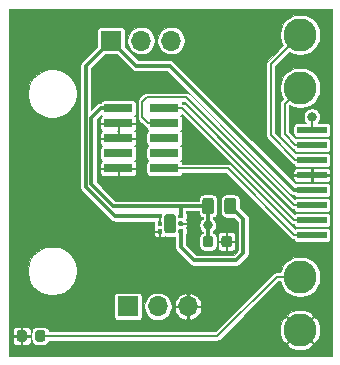
<source format=gbr>
G04 #@! TF.GenerationSoftware,KiCad,Pcbnew,(5.1.5-0-10_14)*
G04 #@! TF.CreationDate,2021-06-02T09:33:46-04:00*
G04 #@! TF.ProjectId,ESLO_RB2_Programmer,45534c4f-5f52-4423-925f-50726f677261,rev?*
G04 #@! TF.SameCoordinates,Original*
G04 #@! TF.FileFunction,Copper,L1,Top*
G04 #@! TF.FilePolarity,Positive*
%FSLAX46Y46*%
G04 Gerber Fmt 4.6, Leading zero omitted, Abs format (unit mm)*
G04 Created by KiCad (PCBNEW (5.1.5-0-10_14)) date 2021-06-02 09:33:46*
%MOMM*%
%LPD*%
G04 APERTURE LIST*
%ADD10C,2.800000*%
%ADD11C,0.100000*%
%ADD12O,1.700000X1.700000*%
%ADD13R,1.700000X1.700000*%
%ADD14R,2.500000X0.600000*%
%ADD15R,2.400000X0.740000*%
%ADD16C,0.800000*%
%ADD17C,0.300000*%
%ADD18C,0.152400*%
%ADD19C,0.125000*%
G04 APERTURE END LIST*
D10*
X147000000Y-74500000D03*
X147000000Y-79000000D03*
X147000000Y-95000000D03*
X147000000Y-99500000D03*
G04 #@! TA.AperFunction,SMDPad,CuDef*
D11*
G36*
X135215439Y-90950451D02*
G01*
X135224540Y-90951801D01*
X135233464Y-90954037D01*
X135242127Y-90957136D01*
X135250443Y-90961070D01*
X135258335Y-90965800D01*
X135265724Y-90971280D01*
X135272541Y-90977459D01*
X135278720Y-90984276D01*
X135284200Y-90991665D01*
X135288930Y-90999557D01*
X135292864Y-91007873D01*
X135295963Y-91016536D01*
X135298199Y-91025460D01*
X135299549Y-91034561D01*
X135300000Y-91043750D01*
X135300000Y-91256250D01*
X135299549Y-91265439D01*
X135298199Y-91274540D01*
X135295963Y-91283464D01*
X135292864Y-91292127D01*
X135288930Y-91300443D01*
X135284200Y-91308335D01*
X135278720Y-91315724D01*
X135272541Y-91322541D01*
X135265724Y-91328720D01*
X135258335Y-91334200D01*
X135250443Y-91338930D01*
X135242127Y-91342864D01*
X135233464Y-91345963D01*
X135224540Y-91348199D01*
X135215439Y-91349549D01*
X135206250Y-91350000D01*
X135018750Y-91350000D01*
X135009561Y-91349549D01*
X135000460Y-91348199D01*
X134991536Y-91345963D01*
X134982873Y-91342864D01*
X134974557Y-91338930D01*
X134966665Y-91334200D01*
X134959276Y-91328720D01*
X134952459Y-91322541D01*
X134946280Y-91315724D01*
X134940800Y-91308335D01*
X134936070Y-91300443D01*
X134932136Y-91292127D01*
X134929037Y-91283464D01*
X134926801Y-91274540D01*
X134925451Y-91265439D01*
X134925000Y-91256250D01*
X134925000Y-91043750D01*
X134925451Y-91034561D01*
X134926801Y-91025460D01*
X134929037Y-91016536D01*
X134932136Y-91007873D01*
X134936070Y-90999557D01*
X134940800Y-90991665D01*
X134946280Y-90984276D01*
X134952459Y-90977459D01*
X134959276Y-90971280D01*
X134966665Y-90965800D01*
X134974557Y-90961070D01*
X134982873Y-90957136D01*
X134991536Y-90954037D01*
X135000460Y-90951801D01*
X135009561Y-90950451D01*
X135018750Y-90950000D01*
X135206250Y-90950000D01*
X135215439Y-90950451D01*
G37*
G04 #@! TD.AperFunction*
G04 #@! TA.AperFunction,SMDPad,CuDef*
G36*
X135215439Y-90300451D02*
G01*
X135224540Y-90301801D01*
X135233464Y-90304037D01*
X135242127Y-90307136D01*
X135250443Y-90311070D01*
X135258335Y-90315800D01*
X135265724Y-90321280D01*
X135272541Y-90327459D01*
X135278720Y-90334276D01*
X135284200Y-90341665D01*
X135288930Y-90349557D01*
X135292864Y-90357873D01*
X135295963Y-90366536D01*
X135298199Y-90375460D01*
X135299549Y-90384561D01*
X135300000Y-90393750D01*
X135300000Y-90606250D01*
X135299549Y-90615439D01*
X135298199Y-90624540D01*
X135295963Y-90633464D01*
X135292864Y-90642127D01*
X135288930Y-90650443D01*
X135284200Y-90658335D01*
X135278720Y-90665724D01*
X135272541Y-90672541D01*
X135265724Y-90678720D01*
X135258335Y-90684200D01*
X135250443Y-90688930D01*
X135242127Y-90692864D01*
X135233464Y-90695963D01*
X135224540Y-90698199D01*
X135215439Y-90699549D01*
X135206250Y-90700000D01*
X135018750Y-90700000D01*
X135009561Y-90699549D01*
X135000460Y-90698199D01*
X134991536Y-90695963D01*
X134982873Y-90692864D01*
X134974557Y-90688930D01*
X134966665Y-90684200D01*
X134959276Y-90678720D01*
X134952459Y-90672541D01*
X134946280Y-90665724D01*
X134940800Y-90658335D01*
X134936070Y-90650443D01*
X134932136Y-90642127D01*
X134929037Y-90633464D01*
X134926801Y-90624540D01*
X134925451Y-90615439D01*
X134925000Y-90606250D01*
X134925000Y-90393750D01*
X134925451Y-90384561D01*
X134926801Y-90375460D01*
X134929037Y-90366536D01*
X134932136Y-90357873D01*
X134936070Y-90349557D01*
X134940800Y-90341665D01*
X134946280Y-90334276D01*
X134952459Y-90327459D01*
X134959276Y-90321280D01*
X134966665Y-90315800D01*
X134974557Y-90311070D01*
X134982873Y-90307136D01*
X134991536Y-90304037D01*
X135000460Y-90301801D01*
X135009561Y-90300451D01*
X135018750Y-90300000D01*
X135206250Y-90300000D01*
X135215439Y-90300451D01*
G37*
G04 #@! TD.AperFunction*
G04 #@! TA.AperFunction,SMDPad,CuDef*
G36*
X135215439Y-89650451D02*
G01*
X135224540Y-89651801D01*
X135233464Y-89654037D01*
X135242127Y-89657136D01*
X135250443Y-89661070D01*
X135258335Y-89665800D01*
X135265724Y-89671280D01*
X135272541Y-89677459D01*
X135278720Y-89684276D01*
X135284200Y-89691665D01*
X135288930Y-89699557D01*
X135292864Y-89707873D01*
X135295963Y-89716536D01*
X135298199Y-89725460D01*
X135299549Y-89734561D01*
X135300000Y-89743750D01*
X135300000Y-89956250D01*
X135299549Y-89965439D01*
X135298199Y-89974540D01*
X135295963Y-89983464D01*
X135292864Y-89992127D01*
X135288930Y-90000443D01*
X135284200Y-90008335D01*
X135278720Y-90015724D01*
X135272541Y-90022541D01*
X135265724Y-90028720D01*
X135258335Y-90034200D01*
X135250443Y-90038930D01*
X135242127Y-90042864D01*
X135233464Y-90045963D01*
X135224540Y-90048199D01*
X135215439Y-90049549D01*
X135206250Y-90050000D01*
X135018750Y-90050000D01*
X135009561Y-90049549D01*
X135000460Y-90048199D01*
X134991536Y-90045963D01*
X134982873Y-90042864D01*
X134974557Y-90038930D01*
X134966665Y-90034200D01*
X134959276Y-90028720D01*
X134952459Y-90022541D01*
X134946280Y-90015724D01*
X134940800Y-90008335D01*
X134936070Y-90000443D01*
X134932136Y-89992127D01*
X134929037Y-89983464D01*
X134926801Y-89974540D01*
X134925451Y-89965439D01*
X134925000Y-89956250D01*
X134925000Y-89743750D01*
X134925451Y-89734561D01*
X134926801Y-89725460D01*
X134929037Y-89716536D01*
X134932136Y-89707873D01*
X134936070Y-89699557D01*
X134940800Y-89691665D01*
X134946280Y-89684276D01*
X134952459Y-89677459D01*
X134959276Y-89671280D01*
X134966665Y-89665800D01*
X134974557Y-89661070D01*
X134982873Y-89657136D01*
X134991536Y-89654037D01*
X135000460Y-89651801D01*
X135009561Y-89650451D01*
X135018750Y-89650000D01*
X135206250Y-89650000D01*
X135215439Y-89650451D01*
G37*
G04 #@! TD.AperFunction*
G04 #@! TA.AperFunction,SMDPad,CuDef*
G36*
X136990439Y-89650451D02*
G01*
X136999540Y-89651801D01*
X137008464Y-89654037D01*
X137017127Y-89657136D01*
X137025443Y-89661070D01*
X137033335Y-89665800D01*
X137040724Y-89671280D01*
X137047541Y-89677459D01*
X137053720Y-89684276D01*
X137059200Y-89691665D01*
X137063930Y-89699557D01*
X137067864Y-89707873D01*
X137070963Y-89716536D01*
X137073199Y-89725460D01*
X137074549Y-89734561D01*
X137075000Y-89743750D01*
X137075000Y-89956250D01*
X137074549Y-89965439D01*
X137073199Y-89974540D01*
X137070963Y-89983464D01*
X137067864Y-89992127D01*
X137063930Y-90000443D01*
X137059200Y-90008335D01*
X137053720Y-90015724D01*
X137047541Y-90022541D01*
X137040724Y-90028720D01*
X137033335Y-90034200D01*
X137025443Y-90038930D01*
X137017127Y-90042864D01*
X137008464Y-90045963D01*
X136999540Y-90048199D01*
X136990439Y-90049549D01*
X136981250Y-90050000D01*
X136793750Y-90050000D01*
X136784561Y-90049549D01*
X136775460Y-90048199D01*
X136766536Y-90045963D01*
X136757873Y-90042864D01*
X136749557Y-90038930D01*
X136741665Y-90034200D01*
X136734276Y-90028720D01*
X136727459Y-90022541D01*
X136721280Y-90015724D01*
X136715800Y-90008335D01*
X136711070Y-90000443D01*
X136707136Y-89992127D01*
X136704037Y-89983464D01*
X136701801Y-89974540D01*
X136700451Y-89965439D01*
X136700000Y-89956250D01*
X136700000Y-89743750D01*
X136700451Y-89734561D01*
X136701801Y-89725460D01*
X136704037Y-89716536D01*
X136707136Y-89707873D01*
X136711070Y-89699557D01*
X136715800Y-89691665D01*
X136721280Y-89684276D01*
X136727459Y-89677459D01*
X136734276Y-89671280D01*
X136741665Y-89665800D01*
X136749557Y-89661070D01*
X136757873Y-89657136D01*
X136766536Y-89654037D01*
X136775460Y-89651801D01*
X136784561Y-89650451D01*
X136793750Y-89650000D01*
X136981250Y-89650000D01*
X136990439Y-89650451D01*
G37*
G04 #@! TD.AperFunction*
G04 #@! TA.AperFunction,SMDPad,CuDef*
G36*
X136990439Y-90300451D02*
G01*
X136999540Y-90301801D01*
X137008464Y-90304037D01*
X137017127Y-90307136D01*
X137025443Y-90311070D01*
X137033335Y-90315800D01*
X137040724Y-90321280D01*
X137047541Y-90327459D01*
X137053720Y-90334276D01*
X137059200Y-90341665D01*
X137063930Y-90349557D01*
X137067864Y-90357873D01*
X137070963Y-90366536D01*
X137073199Y-90375460D01*
X137074549Y-90384561D01*
X137075000Y-90393750D01*
X137075000Y-90606250D01*
X137074549Y-90615439D01*
X137073199Y-90624540D01*
X137070963Y-90633464D01*
X137067864Y-90642127D01*
X137063930Y-90650443D01*
X137059200Y-90658335D01*
X137053720Y-90665724D01*
X137047541Y-90672541D01*
X137040724Y-90678720D01*
X137033335Y-90684200D01*
X137025443Y-90688930D01*
X137017127Y-90692864D01*
X137008464Y-90695963D01*
X136999540Y-90698199D01*
X136990439Y-90699549D01*
X136981250Y-90700000D01*
X136793750Y-90700000D01*
X136784561Y-90699549D01*
X136775460Y-90698199D01*
X136766536Y-90695963D01*
X136757873Y-90692864D01*
X136749557Y-90688930D01*
X136741665Y-90684200D01*
X136734276Y-90678720D01*
X136727459Y-90672541D01*
X136721280Y-90665724D01*
X136715800Y-90658335D01*
X136711070Y-90650443D01*
X136707136Y-90642127D01*
X136704037Y-90633464D01*
X136701801Y-90624540D01*
X136700451Y-90615439D01*
X136700000Y-90606250D01*
X136700000Y-90393750D01*
X136700451Y-90384561D01*
X136701801Y-90375460D01*
X136704037Y-90366536D01*
X136707136Y-90357873D01*
X136711070Y-90349557D01*
X136715800Y-90341665D01*
X136721280Y-90334276D01*
X136727459Y-90327459D01*
X136734276Y-90321280D01*
X136741665Y-90315800D01*
X136749557Y-90311070D01*
X136757873Y-90307136D01*
X136766536Y-90304037D01*
X136775460Y-90301801D01*
X136784561Y-90300451D01*
X136793750Y-90300000D01*
X136981250Y-90300000D01*
X136990439Y-90300451D01*
G37*
G04 #@! TD.AperFunction*
G04 #@! TA.AperFunction,SMDPad,CuDef*
G36*
X136990439Y-90950451D02*
G01*
X136999540Y-90951801D01*
X137008464Y-90954037D01*
X137017127Y-90957136D01*
X137025443Y-90961070D01*
X137033335Y-90965800D01*
X137040724Y-90971280D01*
X137047541Y-90977459D01*
X137053720Y-90984276D01*
X137059200Y-90991665D01*
X137063930Y-90999557D01*
X137067864Y-91007873D01*
X137070963Y-91016536D01*
X137073199Y-91025460D01*
X137074549Y-91034561D01*
X137075000Y-91043750D01*
X137075000Y-91256250D01*
X137074549Y-91265439D01*
X137073199Y-91274540D01*
X137070963Y-91283464D01*
X137067864Y-91292127D01*
X137063930Y-91300443D01*
X137059200Y-91308335D01*
X137053720Y-91315724D01*
X137047541Y-91322541D01*
X137040724Y-91328720D01*
X137033335Y-91334200D01*
X137025443Y-91338930D01*
X137017127Y-91342864D01*
X137008464Y-91345963D01*
X136999540Y-91348199D01*
X136990439Y-91349549D01*
X136981250Y-91350000D01*
X136793750Y-91350000D01*
X136784561Y-91349549D01*
X136775460Y-91348199D01*
X136766536Y-91345963D01*
X136757873Y-91342864D01*
X136749557Y-91338930D01*
X136741665Y-91334200D01*
X136734276Y-91328720D01*
X136727459Y-91322541D01*
X136721280Y-91315724D01*
X136715800Y-91308335D01*
X136711070Y-91300443D01*
X136707136Y-91292127D01*
X136704037Y-91283464D01*
X136701801Y-91274540D01*
X136700451Y-91265439D01*
X136700000Y-91256250D01*
X136700000Y-91043750D01*
X136700451Y-91034561D01*
X136701801Y-91025460D01*
X136704037Y-91016536D01*
X136707136Y-91007873D01*
X136711070Y-90999557D01*
X136715800Y-90991665D01*
X136721280Y-90984276D01*
X136727459Y-90977459D01*
X136734276Y-90971280D01*
X136741665Y-90965800D01*
X136749557Y-90961070D01*
X136757873Y-90957136D01*
X136766536Y-90954037D01*
X136775460Y-90951801D01*
X136784561Y-90950451D01*
X136793750Y-90950000D01*
X136981250Y-90950000D01*
X136990439Y-90950451D01*
G37*
G04 #@! TD.AperFunction*
G04 #@! TA.AperFunction,SMDPad,CuDef*
G36*
X136274504Y-89701204D02*
G01*
X136298773Y-89704804D01*
X136322571Y-89710765D01*
X136345671Y-89719030D01*
X136367849Y-89729520D01*
X136388893Y-89742133D01*
X136408598Y-89756747D01*
X136426777Y-89773223D01*
X136443253Y-89791402D01*
X136457867Y-89811107D01*
X136470480Y-89832151D01*
X136480970Y-89854329D01*
X136489235Y-89877429D01*
X136495196Y-89901227D01*
X136498796Y-89925496D01*
X136500000Y-89950000D01*
X136500000Y-91050000D01*
X136498796Y-91074504D01*
X136495196Y-91098773D01*
X136489235Y-91122571D01*
X136480970Y-91145671D01*
X136470480Y-91167849D01*
X136457867Y-91188893D01*
X136443253Y-91208598D01*
X136426777Y-91226777D01*
X136408598Y-91243253D01*
X136388893Y-91257867D01*
X136367849Y-91270480D01*
X136345671Y-91280970D01*
X136322571Y-91289235D01*
X136298773Y-91295196D01*
X136274504Y-91298796D01*
X136250000Y-91300000D01*
X135750000Y-91300000D01*
X135725496Y-91298796D01*
X135701227Y-91295196D01*
X135677429Y-91289235D01*
X135654329Y-91280970D01*
X135632151Y-91270480D01*
X135611107Y-91257867D01*
X135591402Y-91243253D01*
X135573223Y-91226777D01*
X135556747Y-91208598D01*
X135542133Y-91188893D01*
X135529520Y-91167849D01*
X135519030Y-91145671D01*
X135510765Y-91122571D01*
X135504804Y-91098773D01*
X135501204Y-91074504D01*
X135500000Y-91050000D01*
X135500000Y-89950000D01*
X135501204Y-89925496D01*
X135504804Y-89901227D01*
X135510765Y-89877429D01*
X135519030Y-89854329D01*
X135529520Y-89832151D01*
X135542133Y-89811107D01*
X135556747Y-89791402D01*
X135573223Y-89773223D01*
X135591402Y-89756747D01*
X135611107Y-89742133D01*
X135632151Y-89729520D01*
X135654329Y-89719030D01*
X135677429Y-89710765D01*
X135701227Y-89704804D01*
X135725496Y-89701204D01*
X135750000Y-89700000D01*
X136250000Y-89700000D01*
X136274504Y-89701204D01*
G37*
G04 #@! TD.AperFunction*
D12*
X137500000Y-97500000D03*
X134960000Y-97500000D03*
D13*
X132420000Y-97500000D03*
G04 #@! TA.AperFunction,SMDPad,CuDef*
D11*
G36*
X139467642Y-88301174D02*
G01*
X139491303Y-88304684D01*
X139514507Y-88310496D01*
X139537029Y-88318554D01*
X139558653Y-88328782D01*
X139579170Y-88341079D01*
X139598383Y-88355329D01*
X139616107Y-88371393D01*
X139632171Y-88389117D01*
X139646421Y-88408330D01*
X139658718Y-88428847D01*
X139668946Y-88450471D01*
X139677004Y-88472993D01*
X139682816Y-88496197D01*
X139686326Y-88519858D01*
X139687500Y-88543750D01*
X139687500Y-89456250D01*
X139686326Y-89480142D01*
X139682816Y-89503803D01*
X139677004Y-89527007D01*
X139668946Y-89549529D01*
X139658718Y-89571153D01*
X139646421Y-89591670D01*
X139632171Y-89610883D01*
X139616107Y-89628607D01*
X139598383Y-89644671D01*
X139579170Y-89658921D01*
X139558653Y-89671218D01*
X139537029Y-89681446D01*
X139514507Y-89689504D01*
X139491303Y-89695316D01*
X139467642Y-89698826D01*
X139443750Y-89700000D01*
X138956250Y-89700000D01*
X138932358Y-89698826D01*
X138908697Y-89695316D01*
X138885493Y-89689504D01*
X138862971Y-89681446D01*
X138841347Y-89671218D01*
X138820830Y-89658921D01*
X138801617Y-89644671D01*
X138783893Y-89628607D01*
X138767829Y-89610883D01*
X138753579Y-89591670D01*
X138741282Y-89571153D01*
X138731054Y-89549529D01*
X138722996Y-89527007D01*
X138717184Y-89503803D01*
X138713674Y-89480142D01*
X138712500Y-89456250D01*
X138712500Y-88543750D01*
X138713674Y-88519858D01*
X138717184Y-88496197D01*
X138722996Y-88472993D01*
X138731054Y-88450471D01*
X138741282Y-88428847D01*
X138753579Y-88408330D01*
X138767829Y-88389117D01*
X138783893Y-88371393D01*
X138801617Y-88355329D01*
X138820830Y-88341079D01*
X138841347Y-88328782D01*
X138862971Y-88318554D01*
X138885493Y-88310496D01*
X138908697Y-88304684D01*
X138932358Y-88301174D01*
X138956250Y-88300000D01*
X139443750Y-88300000D01*
X139467642Y-88301174D01*
G37*
G04 #@! TD.AperFunction*
G04 #@! TA.AperFunction,SMDPad,CuDef*
G36*
X141342642Y-88301174D02*
G01*
X141366303Y-88304684D01*
X141389507Y-88310496D01*
X141412029Y-88318554D01*
X141433653Y-88328782D01*
X141454170Y-88341079D01*
X141473383Y-88355329D01*
X141491107Y-88371393D01*
X141507171Y-88389117D01*
X141521421Y-88408330D01*
X141533718Y-88428847D01*
X141543946Y-88450471D01*
X141552004Y-88472993D01*
X141557816Y-88496197D01*
X141561326Y-88519858D01*
X141562500Y-88543750D01*
X141562500Y-89456250D01*
X141561326Y-89480142D01*
X141557816Y-89503803D01*
X141552004Y-89527007D01*
X141543946Y-89549529D01*
X141533718Y-89571153D01*
X141521421Y-89591670D01*
X141507171Y-89610883D01*
X141491107Y-89628607D01*
X141473383Y-89644671D01*
X141454170Y-89658921D01*
X141433653Y-89671218D01*
X141412029Y-89681446D01*
X141389507Y-89689504D01*
X141366303Y-89695316D01*
X141342642Y-89698826D01*
X141318750Y-89700000D01*
X140831250Y-89700000D01*
X140807358Y-89698826D01*
X140783697Y-89695316D01*
X140760493Y-89689504D01*
X140737971Y-89681446D01*
X140716347Y-89671218D01*
X140695830Y-89658921D01*
X140676617Y-89644671D01*
X140658893Y-89628607D01*
X140642829Y-89610883D01*
X140628579Y-89591670D01*
X140616282Y-89571153D01*
X140606054Y-89549529D01*
X140597996Y-89527007D01*
X140592184Y-89503803D01*
X140588674Y-89480142D01*
X140587500Y-89456250D01*
X140587500Y-88543750D01*
X140588674Y-88519858D01*
X140592184Y-88496197D01*
X140597996Y-88472993D01*
X140606054Y-88450471D01*
X140616282Y-88428847D01*
X140628579Y-88408330D01*
X140642829Y-88389117D01*
X140658893Y-88371393D01*
X140676617Y-88355329D01*
X140695830Y-88341079D01*
X140716347Y-88328782D01*
X140737971Y-88318554D01*
X140760493Y-88310496D01*
X140783697Y-88304684D01*
X140807358Y-88301174D01*
X140831250Y-88300000D01*
X141318750Y-88300000D01*
X141342642Y-88301174D01*
G37*
G04 #@! TD.AperFunction*
D14*
X148000000Y-82555000D03*
X148000000Y-83825000D03*
X148000000Y-85095000D03*
X148000000Y-86365000D03*
X148000000Y-87635000D03*
X148000000Y-88905000D03*
X148000000Y-90175000D03*
X148000000Y-91445000D03*
G04 #@! TA.AperFunction,SMDPad,CuDef*
D11*
G36*
X123665191Y-99526053D02*
G01*
X123686426Y-99529203D01*
X123707250Y-99534419D01*
X123727462Y-99541651D01*
X123746868Y-99550830D01*
X123765281Y-99561866D01*
X123782524Y-99574654D01*
X123798430Y-99589070D01*
X123812846Y-99604976D01*
X123825634Y-99622219D01*
X123836670Y-99640632D01*
X123845849Y-99660038D01*
X123853081Y-99680250D01*
X123858297Y-99701074D01*
X123861447Y-99722309D01*
X123862500Y-99743750D01*
X123862500Y-100256250D01*
X123861447Y-100277691D01*
X123858297Y-100298926D01*
X123853081Y-100319750D01*
X123845849Y-100339962D01*
X123836670Y-100359368D01*
X123825634Y-100377781D01*
X123812846Y-100395024D01*
X123798430Y-100410930D01*
X123782524Y-100425346D01*
X123765281Y-100438134D01*
X123746868Y-100449170D01*
X123727462Y-100458349D01*
X123707250Y-100465581D01*
X123686426Y-100470797D01*
X123665191Y-100473947D01*
X123643750Y-100475000D01*
X123206250Y-100475000D01*
X123184809Y-100473947D01*
X123163574Y-100470797D01*
X123142750Y-100465581D01*
X123122538Y-100458349D01*
X123103132Y-100449170D01*
X123084719Y-100438134D01*
X123067476Y-100425346D01*
X123051570Y-100410930D01*
X123037154Y-100395024D01*
X123024366Y-100377781D01*
X123013330Y-100359368D01*
X123004151Y-100339962D01*
X122996919Y-100319750D01*
X122991703Y-100298926D01*
X122988553Y-100277691D01*
X122987500Y-100256250D01*
X122987500Y-99743750D01*
X122988553Y-99722309D01*
X122991703Y-99701074D01*
X122996919Y-99680250D01*
X123004151Y-99660038D01*
X123013330Y-99640632D01*
X123024366Y-99622219D01*
X123037154Y-99604976D01*
X123051570Y-99589070D01*
X123067476Y-99574654D01*
X123084719Y-99561866D01*
X123103132Y-99550830D01*
X123122538Y-99541651D01*
X123142750Y-99534419D01*
X123163574Y-99529203D01*
X123184809Y-99526053D01*
X123206250Y-99525000D01*
X123643750Y-99525000D01*
X123665191Y-99526053D01*
G37*
G04 #@! TD.AperFunction*
G04 #@! TA.AperFunction,SMDPad,CuDef*
G36*
X125240191Y-99526053D02*
G01*
X125261426Y-99529203D01*
X125282250Y-99534419D01*
X125302462Y-99541651D01*
X125321868Y-99550830D01*
X125340281Y-99561866D01*
X125357524Y-99574654D01*
X125373430Y-99589070D01*
X125387846Y-99604976D01*
X125400634Y-99622219D01*
X125411670Y-99640632D01*
X125420849Y-99660038D01*
X125428081Y-99680250D01*
X125433297Y-99701074D01*
X125436447Y-99722309D01*
X125437500Y-99743750D01*
X125437500Y-100256250D01*
X125436447Y-100277691D01*
X125433297Y-100298926D01*
X125428081Y-100319750D01*
X125420849Y-100339962D01*
X125411670Y-100359368D01*
X125400634Y-100377781D01*
X125387846Y-100395024D01*
X125373430Y-100410930D01*
X125357524Y-100425346D01*
X125340281Y-100438134D01*
X125321868Y-100449170D01*
X125302462Y-100458349D01*
X125282250Y-100465581D01*
X125261426Y-100470797D01*
X125240191Y-100473947D01*
X125218750Y-100475000D01*
X124781250Y-100475000D01*
X124759809Y-100473947D01*
X124738574Y-100470797D01*
X124717750Y-100465581D01*
X124697538Y-100458349D01*
X124678132Y-100449170D01*
X124659719Y-100438134D01*
X124642476Y-100425346D01*
X124626570Y-100410930D01*
X124612154Y-100395024D01*
X124599366Y-100377781D01*
X124588330Y-100359368D01*
X124579151Y-100339962D01*
X124571919Y-100319750D01*
X124566703Y-100298926D01*
X124563553Y-100277691D01*
X124562500Y-100256250D01*
X124562500Y-99743750D01*
X124563553Y-99722309D01*
X124566703Y-99701074D01*
X124571919Y-99680250D01*
X124579151Y-99660038D01*
X124588330Y-99640632D01*
X124599366Y-99622219D01*
X124612154Y-99604976D01*
X124626570Y-99589070D01*
X124642476Y-99574654D01*
X124659719Y-99561866D01*
X124678132Y-99550830D01*
X124697538Y-99541651D01*
X124717750Y-99534419D01*
X124738574Y-99529203D01*
X124759809Y-99526053D01*
X124781250Y-99525000D01*
X125218750Y-99525000D01*
X125240191Y-99526053D01*
G37*
G04 #@! TD.AperFunction*
G04 #@! TA.AperFunction,SMDPad,CuDef*
G36*
X141015191Y-91526053D02*
G01*
X141036426Y-91529203D01*
X141057250Y-91534419D01*
X141077462Y-91541651D01*
X141096868Y-91550830D01*
X141115281Y-91561866D01*
X141132524Y-91574654D01*
X141148430Y-91589070D01*
X141162846Y-91604976D01*
X141175634Y-91622219D01*
X141186670Y-91640632D01*
X141195849Y-91660038D01*
X141203081Y-91680250D01*
X141208297Y-91701074D01*
X141211447Y-91722309D01*
X141212500Y-91743750D01*
X141212500Y-92256250D01*
X141211447Y-92277691D01*
X141208297Y-92298926D01*
X141203081Y-92319750D01*
X141195849Y-92339962D01*
X141186670Y-92359368D01*
X141175634Y-92377781D01*
X141162846Y-92395024D01*
X141148430Y-92410930D01*
X141132524Y-92425346D01*
X141115281Y-92438134D01*
X141096868Y-92449170D01*
X141077462Y-92458349D01*
X141057250Y-92465581D01*
X141036426Y-92470797D01*
X141015191Y-92473947D01*
X140993750Y-92475000D01*
X140556250Y-92475000D01*
X140534809Y-92473947D01*
X140513574Y-92470797D01*
X140492750Y-92465581D01*
X140472538Y-92458349D01*
X140453132Y-92449170D01*
X140434719Y-92438134D01*
X140417476Y-92425346D01*
X140401570Y-92410930D01*
X140387154Y-92395024D01*
X140374366Y-92377781D01*
X140363330Y-92359368D01*
X140354151Y-92339962D01*
X140346919Y-92319750D01*
X140341703Y-92298926D01*
X140338553Y-92277691D01*
X140337500Y-92256250D01*
X140337500Y-91743750D01*
X140338553Y-91722309D01*
X140341703Y-91701074D01*
X140346919Y-91680250D01*
X140354151Y-91660038D01*
X140363330Y-91640632D01*
X140374366Y-91622219D01*
X140387154Y-91604976D01*
X140401570Y-91589070D01*
X140417476Y-91574654D01*
X140434719Y-91561866D01*
X140453132Y-91550830D01*
X140472538Y-91541651D01*
X140492750Y-91534419D01*
X140513574Y-91529203D01*
X140534809Y-91526053D01*
X140556250Y-91525000D01*
X140993750Y-91525000D01*
X141015191Y-91526053D01*
G37*
G04 #@! TD.AperFunction*
G04 #@! TA.AperFunction,SMDPad,CuDef*
G36*
X139440191Y-91526053D02*
G01*
X139461426Y-91529203D01*
X139482250Y-91534419D01*
X139502462Y-91541651D01*
X139521868Y-91550830D01*
X139540281Y-91561866D01*
X139557524Y-91574654D01*
X139573430Y-91589070D01*
X139587846Y-91604976D01*
X139600634Y-91622219D01*
X139611670Y-91640632D01*
X139620849Y-91660038D01*
X139628081Y-91680250D01*
X139633297Y-91701074D01*
X139636447Y-91722309D01*
X139637500Y-91743750D01*
X139637500Y-92256250D01*
X139636447Y-92277691D01*
X139633297Y-92298926D01*
X139628081Y-92319750D01*
X139620849Y-92339962D01*
X139611670Y-92359368D01*
X139600634Y-92377781D01*
X139587846Y-92395024D01*
X139573430Y-92410930D01*
X139557524Y-92425346D01*
X139540281Y-92438134D01*
X139521868Y-92449170D01*
X139502462Y-92458349D01*
X139482250Y-92465581D01*
X139461426Y-92470797D01*
X139440191Y-92473947D01*
X139418750Y-92475000D01*
X138981250Y-92475000D01*
X138959809Y-92473947D01*
X138938574Y-92470797D01*
X138917750Y-92465581D01*
X138897538Y-92458349D01*
X138878132Y-92449170D01*
X138859719Y-92438134D01*
X138842476Y-92425346D01*
X138826570Y-92410930D01*
X138812154Y-92395024D01*
X138799366Y-92377781D01*
X138788330Y-92359368D01*
X138779151Y-92339962D01*
X138771919Y-92319750D01*
X138766703Y-92298926D01*
X138763553Y-92277691D01*
X138762500Y-92256250D01*
X138762500Y-91743750D01*
X138763553Y-91722309D01*
X138766703Y-91701074D01*
X138771919Y-91680250D01*
X138779151Y-91660038D01*
X138788330Y-91640632D01*
X138799366Y-91622219D01*
X138812154Y-91604976D01*
X138826570Y-91589070D01*
X138842476Y-91574654D01*
X138859719Y-91561866D01*
X138878132Y-91550830D01*
X138897538Y-91541651D01*
X138917750Y-91534419D01*
X138938574Y-91529203D01*
X138959809Y-91526053D01*
X138981250Y-91525000D01*
X139418750Y-91525000D01*
X139440191Y-91526053D01*
G37*
G04 #@! TD.AperFunction*
D12*
X136080000Y-75000000D03*
X133540000Y-75000000D03*
D13*
X131000000Y-75000000D03*
D15*
X135500000Y-85810000D03*
X131600000Y-85810000D03*
X135500000Y-84540000D03*
X131600000Y-84540000D03*
X135500000Y-83270000D03*
X131600000Y-83270000D03*
X135500000Y-82000000D03*
X131600000Y-82000000D03*
X135500000Y-80730000D03*
X131600000Y-80730000D03*
D16*
X139175000Y-90625000D03*
X148000000Y-81450000D03*
D17*
X137737500Y-89000000D02*
X139200000Y-89000000D01*
X139200000Y-89000000D02*
X139200000Y-92000000D01*
X136887500Y-89012500D02*
X136900000Y-89000000D01*
X136887500Y-89850000D02*
X136887500Y-89012500D01*
X137737500Y-89000000D02*
X136900000Y-89000000D01*
X139200000Y-92000000D02*
X139200000Y-92000000D01*
X130100000Y-80730000D02*
X131600000Y-80730000D01*
X129300000Y-81530000D02*
X130100000Y-80730000D01*
X129300000Y-87175000D02*
X129300000Y-81530000D01*
X136900000Y-89000000D02*
X131125000Y-89000000D01*
X131125000Y-89000000D02*
X129300000Y-87175000D01*
D18*
X147000000Y-95000000D02*
X145000000Y-95000000D01*
X140000000Y-100000000D02*
X125000000Y-100000000D01*
X145000000Y-95000000D02*
X140000000Y-100000000D01*
X135112500Y-90500000D02*
X135112500Y-89850000D01*
D17*
X146450000Y-87635000D02*
X148000000Y-87635000D01*
X135940000Y-77125000D02*
X146450000Y-87635000D01*
X133100000Y-77125000D02*
X135940000Y-77125000D01*
X131000000Y-75025000D02*
X133100000Y-77125000D01*
X131000000Y-75000000D02*
X131000000Y-75025000D01*
X128847589Y-87362394D02*
X128847589Y-77152411D01*
X131335195Y-89850000D02*
X128847589Y-87362394D01*
X128847589Y-77152411D02*
X131000000Y-75000000D01*
X135112500Y-89850000D02*
X131335195Y-89850000D01*
D18*
X146495000Y-91445000D02*
X148000000Y-91445000D01*
X140860000Y-85810000D02*
X146495000Y-91445000D01*
X135500000Y-85810000D02*
X140860000Y-85810000D01*
X146475000Y-90175000D02*
X148000000Y-90175000D01*
X137030000Y-80730000D02*
X146475000Y-90175000D01*
X135500000Y-80730000D02*
X137030000Y-80730000D01*
X146480000Y-88905000D02*
X148000000Y-88905000D01*
X137375000Y-79800000D02*
X146480000Y-88905000D01*
X133625000Y-81477400D02*
X133625000Y-80175000D01*
X133625000Y-80175000D02*
X134000000Y-79800000D01*
X134000000Y-79800000D02*
X137375000Y-79800000D01*
X134147600Y-82000000D02*
X133625000Y-81477400D01*
X135500000Y-82000000D02*
X134147600Y-82000000D01*
X148000000Y-82555000D02*
X148000000Y-81450000D01*
X145676210Y-82903610D02*
X146597600Y-83825000D01*
X146597600Y-83825000D02*
X148000000Y-83825000D01*
X145676210Y-80323790D02*
X145676210Y-82903610D01*
X147000000Y-79000000D02*
X145676210Y-80323790D01*
X146597600Y-85095000D02*
X148000000Y-85095000D01*
X144525000Y-83022400D02*
X146597600Y-85095000D01*
X144525000Y-76975000D02*
X144525000Y-83022400D01*
X147000000Y-74500000D02*
X144525000Y-76975000D01*
D17*
X142200000Y-90125000D02*
X141075000Y-89000000D01*
X142200000Y-92950000D02*
X142200000Y-90125000D01*
X141550000Y-93600000D02*
X142200000Y-92950000D01*
X136887500Y-91150000D02*
X136887500Y-92462500D01*
X138025000Y-93600000D02*
X141550000Y-93600000D01*
X136887500Y-92462500D02*
X138025000Y-93600000D01*
D19*
G36*
X149662500Y-101662500D02*
G01*
X122337500Y-101662500D01*
X122337500Y-100475000D01*
X122673488Y-100475000D01*
X122679522Y-100536261D01*
X122697391Y-100595167D01*
X122726409Y-100649456D01*
X122765460Y-100697040D01*
X122813044Y-100736091D01*
X122867333Y-100765109D01*
X122926239Y-100782978D01*
X122987500Y-100789012D01*
X123284375Y-100787500D01*
X123362500Y-100709375D01*
X123362500Y-100062500D01*
X123487500Y-100062500D01*
X123487500Y-100709375D01*
X123565625Y-100787500D01*
X123862500Y-100789012D01*
X123923761Y-100782978D01*
X123982667Y-100765109D01*
X124036956Y-100736091D01*
X124084540Y-100697040D01*
X124123591Y-100649456D01*
X124152609Y-100595167D01*
X124170478Y-100536261D01*
X124176512Y-100475000D01*
X124175000Y-100140625D01*
X124096875Y-100062500D01*
X123487500Y-100062500D01*
X123362500Y-100062500D01*
X122753125Y-100062500D01*
X122675000Y-100140625D01*
X122673488Y-100475000D01*
X122337500Y-100475000D01*
X122337500Y-99525000D01*
X122673488Y-99525000D01*
X122675000Y-99859375D01*
X122753125Y-99937500D01*
X123362500Y-99937500D01*
X123362500Y-99290625D01*
X123487500Y-99290625D01*
X123487500Y-99937500D01*
X124096875Y-99937500D01*
X124175000Y-99859375D01*
X124175522Y-99743750D01*
X124248488Y-99743750D01*
X124248488Y-100256250D01*
X124258725Y-100360187D01*
X124289042Y-100460129D01*
X124338275Y-100552237D01*
X124404530Y-100632970D01*
X124485263Y-100699225D01*
X124577371Y-100748458D01*
X124677313Y-100778775D01*
X124781250Y-100789012D01*
X125218750Y-100789012D01*
X125322687Y-100778775D01*
X125422629Y-100748458D01*
X125504138Y-100704890D01*
X145883498Y-100704890D01*
X146039778Y-100927963D01*
X146336810Y-101087855D01*
X146659329Y-101186727D01*
X146994939Y-101220778D01*
X147330743Y-101188702D01*
X147653837Y-101091729D01*
X147951805Y-100933588D01*
X147960222Y-100927963D01*
X148116502Y-100704890D01*
X147000000Y-99588388D01*
X145883498Y-100704890D01*
X125504138Y-100704890D01*
X125514737Y-100699225D01*
X125595470Y-100632970D01*
X125661725Y-100552237D01*
X125710958Y-100460129D01*
X125732626Y-100388700D01*
X139980913Y-100388700D01*
X140000000Y-100390580D01*
X140019087Y-100388700D01*
X140019088Y-100388700D01*
X140076198Y-100383075D01*
X140149468Y-100360849D01*
X140216995Y-100324755D01*
X140276182Y-100276182D01*
X140288355Y-100261349D01*
X141054765Y-99494939D01*
X145279222Y-99494939D01*
X145311298Y-99830743D01*
X145408271Y-100153837D01*
X145566412Y-100451805D01*
X145572037Y-100460222D01*
X145795110Y-100616502D01*
X146911612Y-99500000D01*
X147088388Y-99500000D01*
X148204890Y-100616502D01*
X148427963Y-100460222D01*
X148587855Y-100163190D01*
X148686727Y-99840671D01*
X148720778Y-99505061D01*
X148688702Y-99169257D01*
X148591729Y-98846163D01*
X148433588Y-98548195D01*
X148427963Y-98539778D01*
X148204890Y-98383498D01*
X147088388Y-99500000D01*
X146911612Y-99500000D01*
X145795110Y-98383498D01*
X145572037Y-98539778D01*
X145412145Y-98836810D01*
X145313273Y-99159329D01*
X145279222Y-99494939D01*
X141054765Y-99494939D01*
X142254594Y-98295110D01*
X145883498Y-98295110D01*
X147000000Y-99411612D01*
X148116502Y-98295110D01*
X147960222Y-98072037D01*
X147663190Y-97912145D01*
X147340671Y-97813273D01*
X147005061Y-97779222D01*
X146669257Y-97811298D01*
X146346163Y-97908271D01*
X146048195Y-98066412D01*
X146039778Y-98072037D01*
X145883498Y-98295110D01*
X142254594Y-98295110D01*
X145161005Y-95388700D01*
X145331267Y-95388700D01*
X145353310Y-95499518D01*
X145482402Y-95811173D01*
X145669814Y-96091655D01*
X145908345Y-96330186D01*
X146188827Y-96517598D01*
X146500482Y-96646690D01*
X146831333Y-96712500D01*
X147168667Y-96712500D01*
X147499518Y-96646690D01*
X147811173Y-96517598D01*
X148091655Y-96330186D01*
X148330186Y-96091655D01*
X148517598Y-95811173D01*
X148646690Y-95499518D01*
X148712500Y-95168667D01*
X148712500Y-94831333D01*
X148646690Y-94500482D01*
X148517598Y-94188827D01*
X148330186Y-93908345D01*
X148091655Y-93669814D01*
X147811173Y-93482402D01*
X147499518Y-93353310D01*
X147168667Y-93287500D01*
X146831333Y-93287500D01*
X146500482Y-93353310D01*
X146188827Y-93482402D01*
X145908345Y-93669814D01*
X145669814Y-93908345D01*
X145482402Y-94188827D01*
X145353310Y-94500482D01*
X145331267Y-94611300D01*
X145019087Y-94611300D01*
X145000000Y-94609420D01*
X144980912Y-94611300D01*
X144923802Y-94616925D01*
X144850532Y-94639151D01*
X144783005Y-94675245D01*
X144723818Y-94723818D01*
X144711650Y-94738645D01*
X139838996Y-99611300D01*
X125732626Y-99611300D01*
X125710958Y-99539871D01*
X125661725Y-99447763D01*
X125595470Y-99367030D01*
X125514737Y-99300775D01*
X125422629Y-99251542D01*
X125322687Y-99221225D01*
X125218750Y-99210988D01*
X124781250Y-99210988D01*
X124677313Y-99221225D01*
X124577371Y-99251542D01*
X124485263Y-99300775D01*
X124404530Y-99367030D01*
X124338275Y-99447763D01*
X124289042Y-99539871D01*
X124258725Y-99639813D01*
X124248488Y-99743750D01*
X124175522Y-99743750D01*
X124176512Y-99525000D01*
X124170478Y-99463739D01*
X124152609Y-99404833D01*
X124123591Y-99350544D01*
X124084540Y-99302960D01*
X124036956Y-99263909D01*
X123982667Y-99234891D01*
X123923761Y-99217022D01*
X123862500Y-99210988D01*
X123565625Y-99212500D01*
X123487500Y-99290625D01*
X123362500Y-99290625D01*
X123284375Y-99212500D01*
X122987500Y-99210988D01*
X122926239Y-99217022D01*
X122867333Y-99234891D01*
X122813044Y-99263909D01*
X122765460Y-99302960D01*
X122726409Y-99350544D01*
X122697391Y-99404833D01*
X122679522Y-99463739D01*
X122673488Y-99525000D01*
X122337500Y-99525000D01*
X122337500Y-96650000D01*
X131255988Y-96650000D01*
X131255988Y-98350000D01*
X131262022Y-98411261D01*
X131279891Y-98470167D01*
X131308909Y-98524456D01*
X131347960Y-98572040D01*
X131395544Y-98611091D01*
X131449833Y-98640109D01*
X131508739Y-98657978D01*
X131570000Y-98664012D01*
X133270000Y-98664012D01*
X133331261Y-98657978D01*
X133390167Y-98640109D01*
X133444456Y-98611091D01*
X133492040Y-98572040D01*
X133531091Y-98524456D01*
X133560109Y-98470167D01*
X133577978Y-98411261D01*
X133584012Y-98350000D01*
X133584012Y-97385504D01*
X133797500Y-97385504D01*
X133797500Y-97614496D01*
X133842174Y-97839089D01*
X133929806Y-98050650D01*
X134057027Y-98241051D01*
X134218949Y-98402973D01*
X134409350Y-98530194D01*
X134620911Y-98617826D01*
X134845504Y-98662500D01*
X135074496Y-98662500D01*
X135299089Y-98617826D01*
X135510650Y-98530194D01*
X135701051Y-98402973D01*
X135862973Y-98241051D01*
X135990194Y-98050650D01*
X136077826Y-97839089D01*
X136096874Y-97743323D01*
X136363247Y-97743323D01*
X136432559Y-97960417D01*
X136542892Y-98159818D01*
X136690007Y-98333862D01*
X136868249Y-98475861D01*
X137070769Y-98580359D01*
X137256677Y-98636750D01*
X137437500Y-98582572D01*
X137437500Y-97562500D01*
X137562500Y-97562500D01*
X137562500Y-98582572D01*
X137743323Y-98636750D01*
X137929231Y-98580359D01*
X138131751Y-98475861D01*
X138309993Y-98333862D01*
X138457108Y-98159818D01*
X138567441Y-97960417D01*
X138636753Y-97743323D01*
X138582697Y-97562500D01*
X137562500Y-97562500D01*
X137437500Y-97562500D01*
X136417303Y-97562500D01*
X136363247Y-97743323D01*
X136096874Y-97743323D01*
X136122500Y-97614496D01*
X136122500Y-97385504D01*
X136096875Y-97256677D01*
X136363247Y-97256677D01*
X136417303Y-97437500D01*
X137437500Y-97437500D01*
X137437500Y-96417428D01*
X137562500Y-96417428D01*
X137562500Y-97437500D01*
X138582697Y-97437500D01*
X138636753Y-97256677D01*
X138567441Y-97039583D01*
X138457108Y-96840182D01*
X138309993Y-96666138D01*
X138131751Y-96524139D01*
X137929231Y-96419641D01*
X137743323Y-96363250D01*
X137562500Y-96417428D01*
X137437500Y-96417428D01*
X137256677Y-96363250D01*
X137070769Y-96419641D01*
X136868249Y-96524139D01*
X136690007Y-96666138D01*
X136542892Y-96840182D01*
X136432559Y-97039583D01*
X136363247Y-97256677D01*
X136096875Y-97256677D01*
X136077826Y-97160911D01*
X135990194Y-96949350D01*
X135862973Y-96758949D01*
X135701051Y-96597027D01*
X135510650Y-96469806D01*
X135299089Y-96382174D01*
X135074496Y-96337500D01*
X134845504Y-96337500D01*
X134620911Y-96382174D01*
X134409350Y-96469806D01*
X134218949Y-96597027D01*
X134057027Y-96758949D01*
X133929806Y-96949350D01*
X133842174Y-97160911D01*
X133797500Y-97385504D01*
X133584012Y-97385504D01*
X133584012Y-96650000D01*
X133577978Y-96588739D01*
X133560109Y-96529833D01*
X133531091Y-96475544D01*
X133492040Y-96427960D01*
X133444456Y-96388909D01*
X133390167Y-96359891D01*
X133331261Y-96342022D01*
X133270000Y-96335988D01*
X131570000Y-96335988D01*
X131508739Y-96342022D01*
X131449833Y-96359891D01*
X131395544Y-96388909D01*
X131347960Y-96427960D01*
X131308909Y-96475544D01*
X131279891Y-96529833D01*
X131262022Y-96588739D01*
X131255988Y-96650000D01*
X122337500Y-96650000D01*
X122337500Y-94296369D01*
X123932504Y-94296369D01*
X123932504Y-94703631D01*
X124011956Y-95103066D01*
X124167809Y-95479327D01*
X124394071Y-95817952D01*
X124682048Y-96105929D01*
X125020673Y-96332191D01*
X125396934Y-96488044D01*
X125796369Y-96567496D01*
X126203631Y-96567496D01*
X126603066Y-96488044D01*
X126979327Y-96332191D01*
X127317952Y-96105929D01*
X127605929Y-95817952D01*
X127832191Y-95479327D01*
X127988044Y-95103066D01*
X128067496Y-94703631D01*
X128067496Y-94296369D01*
X127988044Y-93896934D01*
X127832191Y-93520673D01*
X127605929Y-93182048D01*
X127317952Y-92894071D01*
X126979327Y-92667809D01*
X126603066Y-92511956D01*
X126203631Y-92432504D01*
X125796369Y-92432504D01*
X125396934Y-92511956D01*
X125020673Y-92667809D01*
X124682048Y-92894071D01*
X124394071Y-93182048D01*
X124167809Y-93520673D01*
X124011956Y-93896934D01*
X123932504Y-94296369D01*
X122337500Y-94296369D01*
X122337500Y-91350000D01*
X134610988Y-91350000D01*
X134617022Y-91411261D01*
X134634891Y-91470167D01*
X134663909Y-91524456D01*
X134702960Y-91572040D01*
X134750544Y-91611091D01*
X134804833Y-91640109D01*
X134863739Y-91657978D01*
X134925000Y-91664012D01*
X134971875Y-91662500D01*
X135050000Y-91584375D01*
X135050000Y-91212500D01*
X134690625Y-91212500D01*
X134612500Y-91290625D01*
X134610988Y-91350000D01*
X122337500Y-91350000D01*
X122337500Y-79296369D01*
X123932504Y-79296369D01*
X123932504Y-79703631D01*
X124011956Y-80103066D01*
X124167809Y-80479327D01*
X124394071Y-80817952D01*
X124682048Y-81105929D01*
X125020673Y-81332191D01*
X125396934Y-81488044D01*
X125796369Y-81567496D01*
X126203631Y-81567496D01*
X126603066Y-81488044D01*
X126979327Y-81332191D01*
X127317952Y-81105929D01*
X127605929Y-80817952D01*
X127832191Y-80479327D01*
X127988044Y-80103066D01*
X128067496Y-79703631D01*
X128067496Y-79296369D01*
X127988044Y-78896934D01*
X127832191Y-78520673D01*
X127605929Y-78182048D01*
X127317952Y-77894071D01*
X126979327Y-77667809D01*
X126603066Y-77511956D01*
X126203631Y-77432504D01*
X125796369Y-77432504D01*
X125396934Y-77511956D01*
X125020673Y-77667809D01*
X124682048Y-77894071D01*
X124394071Y-78182048D01*
X124167809Y-78520673D01*
X124011956Y-78896934D01*
X123932504Y-79296369D01*
X122337500Y-79296369D01*
X122337500Y-77152411D01*
X128382852Y-77152411D01*
X128385090Y-77175133D01*
X128385089Y-87339682D01*
X128382852Y-87362394D01*
X128385089Y-87385105D01*
X128391782Y-87453059D01*
X128418228Y-87540240D01*
X128461174Y-87620587D01*
X128518970Y-87691013D01*
X128536619Y-87705497D01*
X130992096Y-90160975D01*
X131006576Y-90178619D01*
X131077001Y-90236415D01*
X131157348Y-90279361D01*
X131209866Y-90295292D01*
X131244528Y-90305807D01*
X131335194Y-90314737D01*
X131357906Y-90312500D01*
X134619339Y-90312500D01*
X134618823Y-90314200D01*
X134610988Y-90393750D01*
X134610988Y-90606250D01*
X134618823Y-90685800D01*
X134642027Y-90762294D01*
X134656509Y-90789388D01*
X134634891Y-90829833D01*
X134617022Y-90888739D01*
X134610988Y-90950000D01*
X134612500Y-91009375D01*
X134690625Y-91087500D01*
X135050000Y-91087500D01*
X135050000Y-91067500D01*
X135175000Y-91067500D01*
X135175000Y-91087500D01*
X135189681Y-91087500D01*
X135195000Y-91141504D01*
X135195000Y-91212500D01*
X135175000Y-91212500D01*
X135175000Y-91584375D01*
X135253125Y-91662500D01*
X135300000Y-91664012D01*
X135361261Y-91657978D01*
X135420167Y-91640109D01*
X135474456Y-91611091D01*
X135522040Y-91572040D01*
X135526284Y-91566868D01*
X135534162Y-91571079D01*
X135639967Y-91603175D01*
X135750000Y-91614012D01*
X136250000Y-91614012D01*
X136360033Y-91603175D01*
X136425000Y-91583467D01*
X136425001Y-92439778D01*
X136422763Y-92462500D01*
X136431693Y-92553165D01*
X136447995Y-92606904D01*
X136458140Y-92640347D01*
X136501086Y-92720694D01*
X136558882Y-92791119D01*
X136576526Y-92805599D01*
X137681901Y-93910975D01*
X137696381Y-93928619D01*
X137766806Y-93986415D01*
X137847153Y-94029361D01*
X137934334Y-94055807D01*
X138025000Y-94064737D01*
X138047712Y-94062500D01*
X141527288Y-94062500D01*
X141550000Y-94064737D01*
X141572712Y-94062500D01*
X141640666Y-94055807D01*
X141727847Y-94029361D01*
X141808194Y-93986415D01*
X141878619Y-93928619D01*
X141893103Y-93910970D01*
X142510971Y-93293102D01*
X142528619Y-93278619D01*
X142586415Y-93208194D01*
X142620624Y-93144193D01*
X142629361Y-93127848D01*
X142655807Y-93040666D01*
X142664737Y-92950000D01*
X142662500Y-92927288D01*
X142662500Y-90147711D01*
X142664737Y-90124999D01*
X142655807Y-90034333D01*
X142636763Y-89971555D01*
X142629361Y-89947153D01*
X142586415Y-89866806D01*
X142528619Y-89796381D01*
X142510975Y-89781901D01*
X141876512Y-89147439D01*
X141876512Y-88543750D01*
X141865795Y-88434936D01*
X141834055Y-88330304D01*
X141782512Y-88233874D01*
X141713147Y-88149353D01*
X141628626Y-88079988D01*
X141532196Y-88028445D01*
X141427564Y-87996705D01*
X141318750Y-87985988D01*
X140831250Y-87985988D01*
X140722436Y-87996705D01*
X140617804Y-88028445D01*
X140521374Y-88079988D01*
X140436853Y-88149353D01*
X140367488Y-88233874D01*
X140315945Y-88330304D01*
X140284205Y-88434936D01*
X140273488Y-88543750D01*
X140273488Y-89456250D01*
X140284205Y-89565064D01*
X140315945Y-89669696D01*
X140367488Y-89766126D01*
X140436853Y-89850647D01*
X140521374Y-89920012D01*
X140617804Y-89971555D01*
X140722436Y-90003295D01*
X140831250Y-90014012D01*
X141318750Y-90014012D01*
X141424521Y-90003595D01*
X141737501Y-90316575D01*
X141737500Y-92758427D01*
X141358427Y-93137500D01*
X138216574Y-93137500D01*
X137350000Y-92270927D01*
X137350000Y-91427210D01*
X137357973Y-91412294D01*
X137381177Y-91335800D01*
X137389012Y-91256250D01*
X137389012Y-91043750D01*
X137381177Y-90964200D01*
X137357973Y-90887706D01*
X137343491Y-90860612D01*
X137365109Y-90820167D01*
X137382978Y-90761261D01*
X137389012Y-90700000D01*
X137387500Y-90640625D01*
X137309375Y-90562500D01*
X136950000Y-90562500D01*
X136950000Y-90582500D01*
X136825000Y-90582500D01*
X136825000Y-90562500D01*
X136814012Y-90562500D01*
X136814012Y-90437500D01*
X136825000Y-90437500D01*
X136825000Y-90417500D01*
X136950000Y-90417500D01*
X136950000Y-90437500D01*
X137309375Y-90437500D01*
X137387500Y-90359375D01*
X137389012Y-90300000D01*
X137382978Y-90238739D01*
X137365109Y-90179833D01*
X137343491Y-90139388D01*
X137357973Y-90112294D01*
X137381177Y-90035800D01*
X137389012Y-89956250D01*
X137389012Y-89743750D01*
X137381177Y-89664200D01*
X137357973Y-89587706D01*
X137350000Y-89572790D01*
X137350000Y-89462500D01*
X138399104Y-89462500D01*
X138409205Y-89565064D01*
X138440945Y-89669696D01*
X138492488Y-89766126D01*
X138561853Y-89850647D01*
X138646374Y-89920012D01*
X138737500Y-89968720D01*
X138737500Y-90060412D01*
X138720808Y-90071565D01*
X138621565Y-90170808D01*
X138543591Y-90287505D01*
X138489881Y-90417172D01*
X138462500Y-90554825D01*
X138462500Y-90695175D01*
X138489881Y-90832828D01*
X138543591Y-90962495D01*
X138621565Y-91079192D01*
X138720808Y-91178435D01*
X138737501Y-91189589D01*
X138737501Y-91272853D01*
X138685263Y-91300775D01*
X138604530Y-91367030D01*
X138538275Y-91447763D01*
X138489042Y-91539871D01*
X138458725Y-91639813D01*
X138448488Y-91743750D01*
X138448488Y-92256250D01*
X138458725Y-92360187D01*
X138489042Y-92460129D01*
X138538275Y-92552237D01*
X138604530Y-92632970D01*
X138685263Y-92699225D01*
X138777371Y-92748458D01*
X138877313Y-92778775D01*
X138981250Y-92789012D01*
X139418750Y-92789012D01*
X139522687Y-92778775D01*
X139622629Y-92748458D01*
X139714737Y-92699225D01*
X139795470Y-92632970D01*
X139861725Y-92552237D01*
X139903009Y-92475000D01*
X140023488Y-92475000D01*
X140029522Y-92536261D01*
X140047391Y-92595167D01*
X140076409Y-92649456D01*
X140115460Y-92697040D01*
X140163044Y-92736091D01*
X140217333Y-92765109D01*
X140276239Y-92782978D01*
X140337500Y-92789012D01*
X140634375Y-92787500D01*
X140712500Y-92709375D01*
X140712500Y-92062500D01*
X140837500Y-92062500D01*
X140837500Y-92709375D01*
X140915625Y-92787500D01*
X141212500Y-92789012D01*
X141273761Y-92782978D01*
X141332667Y-92765109D01*
X141386956Y-92736091D01*
X141434540Y-92697040D01*
X141473591Y-92649456D01*
X141502609Y-92595167D01*
X141520478Y-92536261D01*
X141526512Y-92475000D01*
X141525000Y-92140625D01*
X141446875Y-92062500D01*
X140837500Y-92062500D01*
X140712500Y-92062500D01*
X140103125Y-92062500D01*
X140025000Y-92140625D01*
X140023488Y-92475000D01*
X139903009Y-92475000D01*
X139910958Y-92460129D01*
X139941275Y-92360187D01*
X139951512Y-92256250D01*
X139951512Y-91743750D01*
X139941275Y-91639813D01*
X139910958Y-91539871D01*
X139903010Y-91525000D01*
X140023488Y-91525000D01*
X140025000Y-91859375D01*
X140103125Y-91937500D01*
X140712500Y-91937500D01*
X140712500Y-91290625D01*
X140837500Y-91290625D01*
X140837500Y-91937500D01*
X141446875Y-91937500D01*
X141525000Y-91859375D01*
X141526512Y-91525000D01*
X141520478Y-91463739D01*
X141502609Y-91404833D01*
X141473591Y-91350544D01*
X141434540Y-91302960D01*
X141386956Y-91263909D01*
X141332667Y-91234891D01*
X141273761Y-91217022D01*
X141212500Y-91210988D01*
X140915625Y-91212500D01*
X140837500Y-91290625D01*
X140712500Y-91290625D01*
X140634375Y-91212500D01*
X140337500Y-91210988D01*
X140276239Y-91217022D01*
X140217333Y-91234891D01*
X140163044Y-91263909D01*
X140115460Y-91302960D01*
X140076409Y-91350544D01*
X140047391Y-91404833D01*
X140029522Y-91463739D01*
X140023488Y-91525000D01*
X139903010Y-91525000D01*
X139861725Y-91447763D01*
X139795470Y-91367030D01*
X139714737Y-91300775D01*
X139662500Y-91272854D01*
X139662500Y-91145127D01*
X139728435Y-91079192D01*
X139806409Y-90962495D01*
X139860119Y-90832828D01*
X139887500Y-90695175D01*
X139887500Y-90554825D01*
X139860119Y-90417172D01*
X139806409Y-90287505D01*
X139728435Y-90170808D01*
X139662500Y-90104873D01*
X139662500Y-89968720D01*
X139753626Y-89920012D01*
X139838147Y-89850647D01*
X139907512Y-89766126D01*
X139959055Y-89669696D01*
X139990795Y-89565064D01*
X140001512Y-89456250D01*
X140001512Y-88543750D01*
X139990795Y-88434936D01*
X139959055Y-88330304D01*
X139907512Y-88233874D01*
X139838147Y-88149353D01*
X139753626Y-88079988D01*
X139657196Y-88028445D01*
X139552564Y-87996705D01*
X139443750Y-87985988D01*
X138956250Y-87985988D01*
X138847436Y-87996705D01*
X138742804Y-88028445D01*
X138646374Y-88079988D01*
X138561853Y-88149353D01*
X138492488Y-88233874D01*
X138440945Y-88330304D01*
X138409205Y-88434936D01*
X138399104Y-88537500D01*
X136922712Y-88537500D01*
X136900000Y-88535263D01*
X136877288Y-88537500D01*
X131316573Y-88537500D01*
X129762500Y-86983427D01*
X129762500Y-86180000D01*
X130085988Y-86180000D01*
X130092022Y-86241261D01*
X130109891Y-86300167D01*
X130138909Y-86354456D01*
X130177960Y-86402040D01*
X130225544Y-86441091D01*
X130279833Y-86470109D01*
X130338739Y-86487978D01*
X130400000Y-86494012D01*
X131459375Y-86492500D01*
X131537500Y-86414375D01*
X131537500Y-85872500D01*
X131662500Y-85872500D01*
X131662500Y-86414375D01*
X131740625Y-86492500D01*
X132800000Y-86494012D01*
X132861261Y-86487978D01*
X132920167Y-86470109D01*
X132974456Y-86441091D01*
X133022040Y-86402040D01*
X133061091Y-86354456D01*
X133090109Y-86300167D01*
X133107978Y-86241261D01*
X133114012Y-86180000D01*
X133112500Y-85950625D01*
X133034375Y-85872500D01*
X131662500Y-85872500D01*
X131537500Y-85872500D01*
X130165625Y-85872500D01*
X130087500Y-85950625D01*
X130085988Y-86180000D01*
X129762500Y-86180000D01*
X129762500Y-83640000D01*
X130085988Y-83640000D01*
X130092022Y-83701261D01*
X130109891Y-83760167D01*
X130138909Y-83814456D01*
X130177960Y-83862040D01*
X130225544Y-83901091D01*
X130232857Y-83905000D01*
X130225544Y-83908909D01*
X130177960Y-83947960D01*
X130138909Y-83995544D01*
X130109891Y-84049833D01*
X130092022Y-84108739D01*
X130085988Y-84170000D01*
X130085988Y-84910000D01*
X130092022Y-84971261D01*
X130109891Y-85030167D01*
X130138909Y-85084456D01*
X130177960Y-85132040D01*
X130225544Y-85171091D01*
X130232857Y-85175000D01*
X130225544Y-85178909D01*
X130177960Y-85217960D01*
X130138909Y-85265544D01*
X130109891Y-85319833D01*
X130092022Y-85378739D01*
X130085988Y-85440000D01*
X130087500Y-85669375D01*
X130165625Y-85747500D01*
X131537500Y-85747500D01*
X131537500Y-85727500D01*
X131662500Y-85727500D01*
X131662500Y-85747500D01*
X133034375Y-85747500D01*
X133112500Y-85669375D01*
X133114012Y-85440000D01*
X133107978Y-85378739D01*
X133090109Y-85319833D01*
X133061091Y-85265544D01*
X133022040Y-85217960D01*
X132974456Y-85178909D01*
X132967143Y-85175000D01*
X132974456Y-85171091D01*
X133022040Y-85132040D01*
X133061091Y-85084456D01*
X133090109Y-85030167D01*
X133107978Y-84971261D01*
X133114012Y-84910000D01*
X133114012Y-84170000D01*
X133107978Y-84108739D01*
X133090109Y-84049833D01*
X133061091Y-83995544D01*
X133022040Y-83947960D01*
X132974456Y-83908909D01*
X132967143Y-83905000D01*
X132974456Y-83901091D01*
X133022040Y-83862040D01*
X133061091Y-83814456D01*
X133090109Y-83760167D01*
X133107978Y-83701261D01*
X133114012Y-83640000D01*
X133112500Y-83410625D01*
X133034375Y-83332500D01*
X131662500Y-83332500D01*
X131662500Y-83352500D01*
X131537500Y-83352500D01*
X131537500Y-83332500D01*
X130165625Y-83332500D01*
X130087500Y-83410625D01*
X130085988Y-83640000D01*
X129762500Y-83640000D01*
X129762500Y-82370000D01*
X130085988Y-82370000D01*
X130092022Y-82431261D01*
X130109891Y-82490167D01*
X130138909Y-82544456D01*
X130177960Y-82592040D01*
X130225544Y-82631091D01*
X130232857Y-82635000D01*
X130225544Y-82638909D01*
X130177960Y-82677960D01*
X130138909Y-82725544D01*
X130109891Y-82779833D01*
X130092022Y-82838739D01*
X130085988Y-82900000D01*
X130087500Y-83129375D01*
X130165625Y-83207500D01*
X131537500Y-83207500D01*
X131537500Y-82665625D01*
X131506875Y-82635000D01*
X131537500Y-82604375D01*
X131537500Y-82062500D01*
X131662500Y-82062500D01*
X131662500Y-82604375D01*
X131693125Y-82635000D01*
X131662500Y-82665625D01*
X131662500Y-83207500D01*
X133034375Y-83207500D01*
X133112500Y-83129375D01*
X133114012Y-82900000D01*
X133107978Y-82838739D01*
X133090109Y-82779833D01*
X133061091Y-82725544D01*
X133022040Y-82677960D01*
X132974456Y-82638909D01*
X132967143Y-82635000D01*
X132974456Y-82631091D01*
X133022040Y-82592040D01*
X133061091Y-82544456D01*
X133090109Y-82490167D01*
X133107978Y-82431261D01*
X133114012Y-82370000D01*
X133112500Y-82140625D01*
X133034375Y-82062500D01*
X131662500Y-82062500D01*
X131537500Y-82062500D01*
X130165625Y-82062500D01*
X130087500Y-82140625D01*
X130085988Y-82370000D01*
X129762500Y-82370000D01*
X129762500Y-81721573D01*
X130170781Y-81313292D01*
X130177960Y-81322040D01*
X130225544Y-81361091D01*
X130232857Y-81365000D01*
X130225544Y-81368909D01*
X130177960Y-81407960D01*
X130138909Y-81455544D01*
X130109891Y-81509833D01*
X130092022Y-81568739D01*
X130085988Y-81630000D01*
X130087500Y-81859375D01*
X130165625Y-81937500D01*
X131537500Y-81937500D01*
X131537500Y-81917500D01*
X131662500Y-81917500D01*
X131662500Y-81937500D01*
X133034375Y-81937500D01*
X133112500Y-81859375D01*
X133114012Y-81630000D01*
X133107978Y-81568739D01*
X133090109Y-81509833D01*
X133061091Y-81455544D01*
X133022040Y-81407960D01*
X132974456Y-81368909D01*
X132967143Y-81365000D01*
X132974456Y-81361091D01*
X133022040Y-81322040D01*
X133061091Y-81274456D01*
X133090109Y-81220167D01*
X133107978Y-81161261D01*
X133114012Y-81100000D01*
X133114012Y-80360000D01*
X133107978Y-80298739D01*
X133090109Y-80239833D01*
X133061091Y-80185544D01*
X133052438Y-80175000D01*
X133234420Y-80175000D01*
X133236301Y-80194097D01*
X133236300Y-81458312D01*
X133234420Y-81477400D01*
X133238633Y-81520175D01*
X133241925Y-81553597D01*
X133264151Y-81626867D01*
X133300245Y-81694394D01*
X133348818Y-81753582D01*
X133363651Y-81765755D01*
X133859249Y-82261354D01*
X133871418Y-82276182D01*
X133930605Y-82324755D01*
X133985988Y-82354358D01*
X133985988Y-82370000D01*
X133992022Y-82431261D01*
X134009891Y-82490167D01*
X134038909Y-82544456D01*
X134077960Y-82592040D01*
X134125544Y-82631091D01*
X134132857Y-82635000D01*
X134125544Y-82638909D01*
X134077960Y-82677960D01*
X134038909Y-82725544D01*
X134009891Y-82779833D01*
X133992022Y-82838739D01*
X133985988Y-82900000D01*
X133985988Y-83640000D01*
X133992022Y-83701261D01*
X134009891Y-83760167D01*
X134038909Y-83814456D01*
X134077960Y-83862040D01*
X134125544Y-83901091D01*
X134132857Y-83905000D01*
X134125544Y-83908909D01*
X134077960Y-83947960D01*
X134038909Y-83995544D01*
X134009891Y-84049833D01*
X133992022Y-84108739D01*
X133985988Y-84170000D01*
X133985988Y-84910000D01*
X133992022Y-84971261D01*
X134009891Y-85030167D01*
X134038909Y-85084456D01*
X134077960Y-85132040D01*
X134125544Y-85171091D01*
X134132857Y-85175000D01*
X134125544Y-85178909D01*
X134077960Y-85217960D01*
X134038909Y-85265544D01*
X134009891Y-85319833D01*
X133992022Y-85378739D01*
X133985988Y-85440000D01*
X133985988Y-86180000D01*
X133992022Y-86241261D01*
X134009891Y-86300167D01*
X134038909Y-86354456D01*
X134077960Y-86402040D01*
X134125544Y-86441091D01*
X134179833Y-86470109D01*
X134238739Y-86487978D01*
X134300000Y-86494012D01*
X136700000Y-86494012D01*
X136761261Y-86487978D01*
X136820167Y-86470109D01*
X136874456Y-86441091D01*
X136922040Y-86402040D01*
X136961091Y-86354456D01*
X136990109Y-86300167D01*
X137007978Y-86241261D01*
X137012170Y-86198700D01*
X140698996Y-86198700D01*
X146206650Y-91706355D01*
X146218818Y-91721182D01*
X146278005Y-91769755D01*
X146345532Y-91805849D01*
X146418802Y-91828075D01*
X146449558Y-91831104D01*
X146459891Y-91865167D01*
X146488909Y-91919456D01*
X146527960Y-91967040D01*
X146575544Y-92006091D01*
X146629833Y-92035109D01*
X146688739Y-92052978D01*
X146750000Y-92059012D01*
X149250000Y-92059012D01*
X149311261Y-92052978D01*
X149370167Y-92035109D01*
X149424456Y-92006091D01*
X149472040Y-91967040D01*
X149511091Y-91919456D01*
X149540109Y-91865167D01*
X149557978Y-91806261D01*
X149564012Y-91745000D01*
X149564012Y-91145000D01*
X149557978Y-91083739D01*
X149540109Y-91024833D01*
X149511091Y-90970544D01*
X149472040Y-90922960D01*
X149424456Y-90883909D01*
X149370167Y-90854891D01*
X149311261Y-90837022D01*
X149250000Y-90830988D01*
X146750000Y-90830988D01*
X146688739Y-90837022D01*
X146629833Y-90854891D01*
X146575544Y-90883909D01*
X146527960Y-90922960D01*
X146525573Y-90925868D01*
X141148355Y-85548651D01*
X141136182Y-85533818D01*
X141076995Y-85485245D01*
X141009468Y-85449151D01*
X140936198Y-85426925D01*
X140879088Y-85421300D01*
X140879087Y-85421300D01*
X140860000Y-85419420D01*
X140840913Y-85421300D01*
X137012170Y-85421300D01*
X137007978Y-85378739D01*
X136990109Y-85319833D01*
X136961091Y-85265544D01*
X136922040Y-85217960D01*
X136874456Y-85178909D01*
X136867143Y-85175000D01*
X136874456Y-85171091D01*
X136922040Y-85132040D01*
X136961091Y-85084456D01*
X136990109Y-85030167D01*
X137007978Y-84971261D01*
X137014012Y-84910000D01*
X137014012Y-84170000D01*
X137007978Y-84108739D01*
X136990109Y-84049833D01*
X136961091Y-83995544D01*
X136922040Y-83947960D01*
X136874456Y-83908909D01*
X136867143Y-83905000D01*
X136874456Y-83901091D01*
X136922040Y-83862040D01*
X136961091Y-83814456D01*
X136990109Y-83760167D01*
X137007978Y-83701261D01*
X137014012Y-83640000D01*
X137014012Y-82900000D01*
X137007978Y-82838739D01*
X136990109Y-82779833D01*
X136961091Y-82725544D01*
X136922040Y-82677960D01*
X136874456Y-82638909D01*
X136867143Y-82635000D01*
X136874456Y-82631091D01*
X136922040Y-82592040D01*
X136961091Y-82544456D01*
X136990109Y-82490167D01*
X137007978Y-82431261D01*
X137014012Y-82370000D01*
X137014012Y-81630000D01*
X137007978Y-81568739D01*
X136990109Y-81509833D01*
X136961091Y-81455544D01*
X136922040Y-81407960D01*
X136874456Y-81368909D01*
X136867143Y-81365000D01*
X136874456Y-81361091D01*
X136922040Y-81322040D01*
X136961091Y-81274456D01*
X136983266Y-81232970D01*
X146186650Y-90436355D01*
X146198818Y-90451182D01*
X146258005Y-90499755D01*
X146325532Y-90535849D01*
X146386555Y-90554360D01*
X146398802Y-90558075D01*
X146450174Y-90563135D01*
X146459891Y-90595167D01*
X146488909Y-90649456D01*
X146527960Y-90697040D01*
X146575544Y-90736091D01*
X146629833Y-90765109D01*
X146688739Y-90782978D01*
X146750000Y-90789012D01*
X149250000Y-90789012D01*
X149311261Y-90782978D01*
X149370167Y-90765109D01*
X149424456Y-90736091D01*
X149472040Y-90697040D01*
X149511091Y-90649456D01*
X149540109Y-90595167D01*
X149557978Y-90536261D01*
X149564012Y-90475000D01*
X149564012Y-89875000D01*
X149557978Y-89813739D01*
X149540109Y-89754833D01*
X149511091Y-89700544D01*
X149472040Y-89652960D01*
X149424456Y-89613909D01*
X149370167Y-89584891D01*
X149311261Y-89567022D01*
X149250000Y-89560988D01*
X146750000Y-89560988D01*
X146688739Y-89567022D01*
X146629833Y-89584891D01*
X146575544Y-89613909D01*
X146527960Y-89652960D01*
X146516558Y-89666853D01*
X137318355Y-80468651D01*
X137306182Y-80453818D01*
X137246995Y-80405245D01*
X137179468Y-80369151D01*
X137106198Y-80346925D01*
X137049088Y-80341300D01*
X137049087Y-80341300D01*
X137030000Y-80339420D01*
X137012158Y-80341177D01*
X137007978Y-80298739D01*
X136990109Y-80239833D01*
X136962778Y-80188700D01*
X137213996Y-80188700D01*
X146191650Y-89166355D01*
X146203818Y-89181182D01*
X146263005Y-89229755D01*
X146330532Y-89265849D01*
X146403802Y-89288075D01*
X146450020Y-89292627D01*
X146459891Y-89325167D01*
X146488909Y-89379456D01*
X146527960Y-89427040D01*
X146575544Y-89466091D01*
X146629833Y-89495109D01*
X146688739Y-89512978D01*
X146750000Y-89519012D01*
X149250000Y-89519012D01*
X149311261Y-89512978D01*
X149370167Y-89495109D01*
X149424456Y-89466091D01*
X149472040Y-89427040D01*
X149511091Y-89379456D01*
X149540109Y-89325167D01*
X149557978Y-89266261D01*
X149564012Y-89205000D01*
X149564012Y-88605000D01*
X149557978Y-88543739D01*
X149540109Y-88484833D01*
X149511091Y-88430544D01*
X149472040Y-88382960D01*
X149424456Y-88343909D01*
X149370167Y-88314891D01*
X149311261Y-88297022D01*
X149250000Y-88290988D01*
X146750000Y-88290988D01*
X146688739Y-88297022D01*
X146629833Y-88314891D01*
X146575544Y-88343909D01*
X146527960Y-88382960D01*
X146518812Y-88394107D01*
X137663355Y-79538651D01*
X137651182Y-79523818D01*
X137591995Y-79475245D01*
X137524468Y-79439151D01*
X137451198Y-79416925D01*
X137394088Y-79411300D01*
X137394087Y-79411300D01*
X137375000Y-79409420D01*
X137355913Y-79411300D01*
X134019087Y-79411300D01*
X133999999Y-79409420D01*
X133980912Y-79411300D01*
X133923802Y-79416925D01*
X133850532Y-79439151D01*
X133783005Y-79475245D01*
X133723818Y-79523818D01*
X133711649Y-79538646D01*
X133363646Y-79886650D01*
X133348819Y-79898818D01*
X133336651Y-79913645D01*
X133300245Y-79958006D01*
X133264152Y-80025532D01*
X133241925Y-80098803D01*
X133234420Y-80175000D01*
X133052438Y-80175000D01*
X133022040Y-80137960D01*
X132974456Y-80098909D01*
X132920167Y-80069891D01*
X132861261Y-80052022D01*
X132800000Y-80045988D01*
X130400000Y-80045988D01*
X130338739Y-80052022D01*
X130279833Y-80069891D01*
X130225544Y-80098909D01*
X130177960Y-80137960D01*
X130138909Y-80185544D01*
X130109891Y-80239833D01*
X130102114Y-80265471D01*
X130100000Y-80265263D01*
X130009334Y-80274193D01*
X129922152Y-80300639D01*
X129894166Y-80315599D01*
X129841806Y-80343585D01*
X129771381Y-80401381D01*
X129756897Y-80419030D01*
X129310089Y-80865838D01*
X129310089Y-77343984D01*
X130490061Y-76164012D01*
X131484939Y-76164012D01*
X132756901Y-77435975D01*
X132771381Y-77453619D01*
X132841806Y-77511415D01*
X132922153Y-77554361D01*
X132982887Y-77572784D01*
X133009333Y-77580807D01*
X133099999Y-77589737D01*
X133122711Y-77587500D01*
X135748427Y-77587500D01*
X146106901Y-87945975D01*
X146121381Y-87963619D01*
X146139023Y-87978097D01*
X146191806Y-88021415D01*
X146272153Y-88064361D01*
X146359334Y-88090807D01*
X146450000Y-88099737D01*
X146472712Y-88097500D01*
X146482518Y-88097500D01*
X146488909Y-88109456D01*
X146527960Y-88157040D01*
X146575544Y-88196091D01*
X146629833Y-88225109D01*
X146688739Y-88242978D01*
X146750000Y-88249012D01*
X149250000Y-88249012D01*
X149311261Y-88242978D01*
X149370167Y-88225109D01*
X149424456Y-88196091D01*
X149472040Y-88157040D01*
X149511091Y-88109456D01*
X149540109Y-88055167D01*
X149557978Y-87996261D01*
X149564012Y-87935000D01*
X149564012Y-87335000D01*
X149557978Y-87273739D01*
X149540109Y-87214833D01*
X149511091Y-87160544D01*
X149472040Y-87112960D01*
X149424456Y-87073909D01*
X149370167Y-87044891D01*
X149311261Y-87027022D01*
X149250000Y-87020988D01*
X146750000Y-87020988D01*
X146688739Y-87027022D01*
X146629833Y-87044891D01*
X146575544Y-87073909D01*
X146557660Y-87088586D01*
X146134074Y-86665000D01*
X146435988Y-86665000D01*
X146442022Y-86726261D01*
X146459891Y-86785167D01*
X146488909Y-86839456D01*
X146527960Y-86887040D01*
X146575544Y-86926091D01*
X146629833Y-86955109D01*
X146688739Y-86972978D01*
X146750000Y-86979012D01*
X147859375Y-86977500D01*
X147937500Y-86899375D01*
X147937500Y-86427500D01*
X148062500Y-86427500D01*
X148062500Y-86899375D01*
X148140625Y-86977500D01*
X149250000Y-86979012D01*
X149311261Y-86972978D01*
X149370167Y-86955109D01*
X149424456Y-86926091D01*
X149472040Y-86887040D01*
X149511091Y-86839456D01*
X149540109Y-86785167D01*
X149557978Y-86726261D01*
X149564012Y-86665000D01*
X149562500Y-86505625D01*
X149484375Y-86427500D01*
X148062500Y-86427500D01*
X147937500Y-86427500D01*
X146515625Y-86427500D01*
X146437500Y-86505625D01*
X146435988Y-86665000D01*
X146134074Y-86665000D01*
X145534074Y-86065000D01*
X146435988Y-86065000D01*
X146437500Y-86224375D01*
X146515625Y-86302500D01*
X147937500Y-86302500D01*
X147937500Y-85830625D01*
X148062500Y-85830625D01*
X148062500Y-86302500D01*
X149484375Y-86302500D01*
X149562500Y-86224375D01*
X149564012Y-86065000D01*
X149557978Y-86003739D01*
X149540109Y-85944833D01*
X149511091Y-85890544D01*
X149472040Y-85842960D01*
X149424456Y-85803909D01*
X149370167Y-85774891D01*
X149311261Y-85757022D01*
X149250000Y-85750988D01*
X148140625Y-85752500D01*
X148062500Y-85830625D01*
X147937500Y-85830625D01*
X147859375Y-85752500D01*
X146750000Y-85750988D01*
X146688739Y-85757022D01*
X146629833Y-85774891D01*
X146575544Y-85803909D01*
X146527960Y-85842960D01*
X146488909Y-85890544D01*
X146459891Y-85944833D01*
X146442022Y-86003739D01*
X146435988Y-86065000D01*
X145534074Y-86065000D01*
X136444074Y-76975000D01*
X144134420Y-76975000D01*
X144136300Y-76994087D01*
X144136301Y-83003303D01*
X144134420Y-83022400D01*
X144141925Y-83098597D01*
X144164152Y-83171868D01*
X144197839Y-83234891D01*
X144200246Y-83239395D01*
X144248819Y-83298582D01*
X144263646Y-83310750D01*
X146309250Y-85356355D01*
X146321418Y-85371182D01*
X146380605Y-85419755D01*
X146441640Y-85452379D01*
X146442022Y-85456261D01*
X146459891Y-85515167D01*
X146488909Y-85569456D01*
X146527960Y-85617040D01*
X146575544Y-85656091D01*
X146629833Y-85685109D01*
X146688739Y-85702978D01*
X146750000Y-85709012D01*
X149250000Y-85709012D01*
X149311261Y-85702978D01*
X149370167Y-85685109D01*
X149424456Y-85656091D01*
X149472040Y-85617040D01*
X149511091Y-85569456D01*
X149540109Y-85515167D01*
X149557978Y-85456261D01*
X149564012Y-85395000D01*
X149564012Y-84795000D01*
X149557978Y-84733739D01*
X149540109Y-84674833D01*
X149511091Y-84620544D01*
X149472040Y-84572960D01*
X149424456Y-84533909D01*
X149370167Y-84504891D01*
X149311261Y-84487022D01*
X149250000Y-84480988D01*
X146750000Y-84480988D01*
X146688739Y-84487022D01*
X146629833Y-84504891D01*
X146582497Y-84530192D01*
X144913700Y-82861396D01*
X144913700Y-80323790D01*
X145285630Y-80323790D01*
X145287510Y-80342877D01*
X145287511Y-82884513D01*
X145285630Y-82903610D01*
X145293135Y-82979807D01*
X145306056Y-83022400D01*
X145315362Y-83053078D01*
X145351456Y-83120605D01*
X145400029Y-83179792D01*
X145414856Y-83191960D01*
X146309249Y-84086354D01*
X146321418Y-84101182D01*
X146380605Y-84149755D01*
X146441640Y-84182379D01*
X146442022Y-84186261D01*
X146459891Y-84245167D01*
X146488909Y-84299456D01*
X146527960Y-84347040D01*
X146575544Y-84386091D01*
X146629833Y-84415109D01*
X146688739Y-84432978D01*
X146750000Y-84439012D01*
X149250000Y-84439012D01*
X149311261Y-84432978D01*
X149370167Y-84415109D01*
X149424456Y-84386091D01*
X149472040Y-84347040D01*
X149511091Y-84299456D01*
X149540109Y-84245167D01*
X149557978Y-84186261D01*
X149564012Y-84125000D01*
X149564012Y-83525000D01*
X149557978Y-83463739D01*
X149540109Y-83404833D01*
X149511091Y-83350544D01*
X149472040Y-83302960D01*
X149424456Y-83263909D01*
X149370167Y-83234891D01*
X149311261Y-83217022D01*
X149250000Y-83210988D01*
X146750000Y-83210988D01*
X146688739Y-83217022D01*
X146629833Y-83234891D01*
X146582497Y-83260192D01*
X146064910Y-82742606D01*
X146064910Y-82255000D01*
X146435988Y-82255000D01*
X146435988Y-82855000D01*
X146442022Y-82916261D01*
X146459891Y-82975167D01*
X146488909Y-83029456D01*
X146527960Y-83077040D01*
X146575544Y-83116091D01*
X146629833Y-83145109D01*
X146688739Y-83162978D01*
X146750000Y-83169012D01*
X149250000Y-83169012D01*
X149311261Y-83162978D01*
X149370167Y-83145109D01*
X149424456Y-83116091D01*
X149472040Y-83077040D01*
X149511091Y-83029456D01*
X149540109Y-82975167D01*
X149557978Y-82916261D01*
X149564012Y-82855000D01*
X149564012Y-82255000D01*
X149557978Y-82193739D01*
X149540109Y-82134833D01*
X149511091Y-82080544D01*
X149472040Y-82032960D01*
X149424456Y-81993909D01*
X149370167Y-81964891D01*
X149311261Y-81947022D01*
X149250000Y-81940988D01*
X148516639Y-81940988D01*
X148553435Y-81904192D01*
X148631409Y-81787495D01*
X148685119Y-81657828D01*
X148712500Y-81520175D01*
X148712500Y-81379825D01*
X148685119Y-81242172D01*
X148631409Y-81112505D01*
X148553435Y-80995808D01*
X148454192Y-80896565D01*
X148337495Y-80818591D01*
X148207828Y-80764881D01*
X148070175Y-80737500D01*
X147929825Y-80737500D01*
X147792172Y-80764881D01*
X147662505Y-80818591D01*
X147545808Y-80896565D01*
X147446565Y-80995808D01*
X147368591Y-81112505D01*
X147314881Y-81242172D01*
X147287500Y-81379825D01*
X147287500Y-81520175D01*
X147314881Y-81657828D01*
X147368591Y-81787495D01*
X147446565Y-81904192D01*
X147483361Y-81940988D01*
X146750000Y-81940988D01*
X146688739Y-81947022D01*
X146629833Y-81964891D01*
X146575544Y-81993909D01*
X146527960Y-82032960D01*
X146488909Y-82080544D01*
X146459891Y-82134833D01*
X146442022Y-82193739D01*
X146435988Y-82255000D01*
X146064910Y-82255000D01*
X146064910Y-80484794D01*
X146094880Y-80454824D01*
X146188827Y-80517598D01*
X146500482Y-80646690D01*
X146831333Y-80712500D01*
X147168667Y-80712500D01*
X147499518Y-80646690D01*
X147811173Y-80517598D01*
X148091655Y-80330186D01*
X148330186Y-80091655D01*
X148517598Y-79811173D01*
X148646690Y-79499518D01*
X148712500Y-79168667D01*
X148712500Y-78831333D01*
X148646690Y-78500482D01*
X148517598Y-78188827D01*
X148330186Y-77908345D01*
X148091655Y-77669814D01*
X147811173Y-77482402D01*
X147499518Y-77353310D01*
X147168667Y-77287500D01*
X146831333Y-77287500D01*
X146500482Y-77353310D01*
X146188827Y-77482402D01*
X145908345Y-77669814D01*
X145669814Y-77908345D01*
X145482402Y-78188827D01*
X145353310Y-78500482D01*
X145287500Y-78831333D01*
X145287500Y-79168667D01*
X145353310Y-79499518D01*
X145482402Y-79811173D01*
X145545176Y-79905120D01*
X145414861Y-80035435D01*
X145400028Y-80047608D01*
X145351455Y-80106796D01*
X145315361Y-80174323D01*
X145311000Y-80188700D01*
X145293135Y-80247593D01*
X145285630Y-80323790D01*
X144913700Y-80323790D01*
X144913700Y-77136004D01*
X146094880Y-75954824D01*
X146188827Y-76017598D01*
X146500482Y-76146690D01*
X146831333Y-76212500D01*
X147168667Y-76212500D01*
X147499518Y-76146690D01*
X147811173Y-76017598D01*
X148091655Y-75830186D01*
X148330186Y-75591655D01*
X148517598Y-75311173D01*
X148646690Y-74999518D01*
X148712500Y-74668667D01*
X148712500Y-74331333D01*
X148646690Y-74000482D01*
X148517598Y-73688827D01*
X148330186Y-73408345D01*
X148091655Y-73169814D01*
X147811173Y-72982402D01*
X147499518Y-72853310D01*
X147168667Y-72787500D01*
X146831333Y-72787500D01*
X146500482Y-72853310D01*
X146188827Y-72982402D01*
X145908345Y-73169814D01*
X145669814Y-73408345D01*
X145482402Y-73688827D01*
X145353310Y-74000482D01*
X145287500Y-74331333D01*
X145287500Y-74668667D01*
X145353310Y-74999518D01*
X145482402Y-75311173D01*
X145545176Y-75405120D01*
X144263651Y-76686645D01*
X144248818Y-76698818D01*
X144200245Y-76758006D01*
X144164151Y-76825533D01*
X144151631Y-76866806D01*
X144141925Y-76898803D01*
X144134420Y-76975000D01*
X136444074Y-76975000D01*
X136283103Y-76814030D01*
X136268619Y-76796381D01*
X136198194Y-76738585D01*
X136117847Y-76695639D01*
X136030666Y-76669193D01*
X135962712Y-76662500D01*
X135940000Y-76660263D01*
X135917288Y-76662500D01*
X133291574Y-76662500D01*
X132164012Y-75534939D01*
X132164012Y-74885504D01*
X132377500Y-74885504D01*
X132377500Y-75114496D01*
X132422174Y-75339089D01*
X132509806Y-75550650D01*
X132637027Y-75741051D01*
X132798949Y-75902973D01*
X132989350Y-76030194D01*
X133200911Y-76117826D01*
X133425504Y-76162500D01*
X133654496Y-76162500D01*
X133879089Y-76117826D01*
X134090650Y-76030194D01*
X134281051Y-75902973D01*
X134442973Y-75741051D01*
X134570194Y-75550650D01*
X134657826Y-75339089D01*
X134702500Y-75114496D01*
X134702500Y-74885504D01*
X134917500Y-74885504D01*
X134917500Y-75114496D01*
X134962174Y-75339089D01*
X135049806Y-75550650D01*
X135177027Y-75741051D01*
X135338949Y-75902973D01*
X135529350Y-76030194D01*
X135740911Y-76117826D01*
X135965504Y-76162500D01*
X136194496Y-76162500D01*
X136419089Y-76117826D01*
X136630650Y-76030194D01*
X136821051Y-75902973D01*
X136982973Y-75741051D01*
X137110194Y-75550650D01*
X137197826Y-75339089D01*
X137242500Y-75114496D01*
X137242500Y-74885504D01*
X137197826Y-74660911D01*
X137110194Y-74449350D01*
X136982973Y-74258949D01*
X136821051Y-74097027D01*
X136630650Y-73969806D01*
X136419089Y-73882174D01*
X136194496Y-73837500D01*
X135965504Y-73837500D01*
X135740911Y-73882174D01*
X135529350Y-73969806D01*
X135338949Y-74097027D01*
X135177027Y-74258949D01*
X135049806Y-74449350D01*
X134962174Y-74660911D01*
X134917500Y-74885504D01*
X134702500Y-74885504D01*
X134657826Y-74660911D01*
X134570194Y-74449350D01*
X134442973Y-74258949D01*
X134281051Y-74097027D01*
X134090650Y-73969806D01*
X133879089Y-73882174D01*
X133654496Y-73837500D01*
X133425504Y-73837500D01*
X133200911Y-73882174D01*
X132989350Y-73969806D01*
X132798949Y-74097027D01*
X132637027Y-74258949D01*
X132509806Y-74449350D01*
X132422174Y-74660911D01*
X132377500Y-74885504D01*
X132164012Y-74885504D01*
X132164012Y-74150000D01*
X132157978Y-74088739D01*
X132140109Y-74029833D01*
X132111091Y-73975544D01*
X132072040Y-73927960D01*
X132024456Y-73888909D01*
X131970167Y-73859891D01*
X131911261Y-73842022D01*
X131850000Y-73835988D01*
X130150000Y-73835988D01*
X130088739Y-73842022D01*
X130029833Y-73859891D01*
X129975544Y-73888909D01*
X129927960Y-73927960D01*
X129888909Y-73975544D01*
X129859891Y-74029833D01*
X129842022Y-74088739D01*
X129835988Y-74150000D01*
X129835988Y-75509939D01*
X128536615Y-76809312D01*
X128518971Y-76823792D01*
X128461175Y-76894217D01*
X128428199Y-76955912D01*
X128418229Y-76974564D01*
X128391782Y-77061746D01*
X128382852Y-77152411D01*
X122337500Y-77152411D01*
X122337500Y-72337500D01*
X149662501Y-72337500D01*
X149662500Y-101662500D01*
G37*
X149662500Y-101662500D02*
X122337500Y-101662500D01*
X122337500Y-100475000D01*
X122673488Y-100475000D01*
X122679522Y-100536261D01*
X122697391Y-100595167D01*
X122726409Y-100649456D01*
X122765460Y-100697040D01*
X122813044Y-100736091D01*
X122867333Y-100765109D01*
X122926239Y-100782978D01*
X122987500Y-100789012D01*
X123284375Y-100787500D01*
X123362500Y-100709375D01*
X123362500Y-100062500D01*
X123487500Y-100062500D01*
X123487500Y-100709375D01*
X123565625Y-100787500D01*
X123862500Y-100789012D01*
X123923761Y-100782978D01*
X123982667Y-100765109D01*
X124036956Y-100736091D01*
X124084540Y-100697040D01*
X124123591Y-100649456D01*
X124152609Y-100595167D01*
X124170478Y-100536261D01*
X124176512Y-100475000D01*
X124175000Y-100140625D01*
X124096875Y-100062500D01*
X123487500Y-100062500D01*
X123362500Y-100062500D01*
X122753125Y-100062500D01*
X122675000Y-100140625D01*
X122673488Y-100475000D01*
X122337500Y-100475000D01*
X122337500Y-99525000D01*
X122673488Y-99525000D01*
X122675000Y-99859375D01*
X122753125Y-99937500D01*
X123362500Y-99937500D01*
X123362500Y-99290625D01*
X123487500Y-99290625D01*
X123487500Y-99937500D01*
X124096875Y-99937500D01*
X124175000Y-99859375D01*
X124175522Y-99743750D01*
X124248488Y-99743750D01*
X124248488Y-100256250D01*
X124258725Y-100360187D01*
X124289042Y-100460129D01*
X124338275Y-100552237D01*
X124404530Y-100632970D01*
X124485263Y-100699225D01*
X124577371Y-100748458D01*
X124677313Y-100778775D01*
X124781250Y-100789012D01*
X125218750Y-100789012D01*
X125322687Y-100778775D01*
X125422629Y-100748458D01*
X125504138Y-100704890D01*
X145883498Y-100704890D01*
X146039778Y-100927963D01*
X146336810Y-101087855D01*
X146659329Y-101186727D01*
X146994939Y-101220778D01*
X147330743Y-101188702D01*
X147653837Y-101091729D01*
X147951805Y-100933588D01*
X147960222Y-100927963D01*
X148116502Y-100704890D01*
X147000000Y-99588388D01*
X145883498Y-100704890D01*
X125504138Y-100704890D01*
X125514737Y-100699225D01*
X125595470Y-100632970D01*
X125661725Y-100552237D01*
X125710958Y-100460129D01*
X125732626Y-100388700D01*
X139980913Y-100388700D01*
X140000000Y-100390580D01*
X140019087Y-100388700D01*
X140019088Y-100388700D01*
X140076198Y-100383075D01*
X140149468Y-100360849D01*
X140216995Y-100324755D01*
X140276182Y-100276182D01*
X140288355Y-100261349D01*
X141054765Y-99494939D01*
X145279222Y-99494939D01*
X145311298Y-99830743D01*
X145408271Y-100153837D01*
X145566412Y-100451805D01*
X145572037Y-100460222D01*
X145795110Y-100616502D01*
X146911612Y-99500000D01*
X147088388Y-99500000D01*
X148204890Y-100616502D01*
X148427963Y-100460222D01*
X148587855Y-100163190D01*
X148686727Y-99840671D01*
X148720778Y-99505061D01*
X148688702Y-99169257D01*
X148591729Y-98846163D01*
X148433588Y-98548195D01*
X148427963Y-98539778D01*
X148204890Y-98383498D01*
X147088388Y-99500000D01*
X146911612Y-99500000D01*
X145795110Y-98383498D01*
X145572037Y-98539778D01*
X145412145Y-98836810D01*
X145313273Y-99159329D01*
X145279222Y-99494939D01*
X141054765Y-99494939D01*
X142254594Y-98295110D01*
X145883498Y-98295110D01*
X147000000Y-99411612D01*
X148116502Y-98295110D01*
X147960222Y-98072037D01*
X147663190Y-97912145D01*
X147340671Y-97813273D01*
X147005061Y-97779222D01*
X146669257Y-97811298D01*
X146346163Y-97908271D01*
X146048195Y-98066412D01*
X146039778Y-98072037D01*
X145883498Y-98295110D01*
X142254594Y-98295110D01*
X145161005Y-95388700D01*
X145331267Y-95388700D01*
X145353310Y-95499518D01*
X145482402Y-95811173D01*
X145669814Y-96091655D01*
X145908345Y-96330186D01*
X146188827Y-96517598D01*
X146500482Y-96646690D01*
X146831333Y-96712500D01*
X147168667Y-96712500D01*
X147499518Y-96646690D01*
X147811173Y-96517598D01*
X148091655Y-96330186D01*
X148330186Y-96091655D01*
X148517598Y-95811173D01*
X148646690Y-95499518D01*
X148712500Y-95168667D01*
X148712500Y-94831333D01*
X148646690Y-94500482D01*
X148517598Y-94188827D01*
X148330186Y-93908345D01*
X148091655Y-93669814D01*
X147811173Y-93482402D01*
X147499518Y-93353310D01*
X147168667Y-93287500D01*
X146831333Y-93287500D01*
X146500482Y-93353310D01*
X146188827Y-93482402D01*
X145908345Y-93669814D01*
X145669814Y-93908345D01*
X145482402Y-94188827D01*
X145353310Y-94500482D01*
X145331267Y-94611300D01*
X145019087Y-94611300D01*
X145000000Y-94609420D01*
X144980912Y-94611300D01*
X144923802Y-94616925D01*
X144850532Y-94639151D01*
X144783005Y-94675245D01*
X144723818Y-94723818D01*
X144711650Y-94738645D01*
X139838996Y-99611300D01*
X125732626Y-99611300D01*
X125710958Y-99539871D01*
X125661725Y-99447763D01*
X125595470Y-99367030D01*
X125514737Y-99300775D01*
X125422629Y-99251542D01*
X125322687Y-99221225D01*
X125218750Y-99210988D01*
X124781250Y-99210988D01*
X124677313Y-99221225D01*
X124577371Y-99251542D01*
X124485263Y-99300775D01*
X124404530Y-99367030D01*
X124338275Y-99447763D01*
X124289042Y-99539871D01*
X124258725Y-99639813D01*
X124248488Y-99743750D01*
X124175522Y-99743750D01*
X124176512Y-99525000D01*
X124170478Y-99463739D01*
X124152609Y-99404833D01*
X124123591Y-99350544D01*
X124084540Y-99302960D01*
X124036956Y-99263909D01*
X123982667Y-99234891D01*
X123923761Y-99217022D01*
X123862500Y-99210988D01*
X123565625Y-99212500D01*
X123487500Y-99290625D01*
X123362500Y-99290625D01*
X123284375Y-99212500D01*
X122987500Y-99210988D01*
X122926239Y-99217022D01*
X122867333Y-99234891D01*
X122813044Y-99263909D01*
X122765460Y-99302960D01*
X122726409Y-99350544D01*
X122697391Y-99404833D01*
X122679522Y-99463739D01*
X122673488Y-99525000D01*
X122337500Y-99525000D01*
X122337500Y-96650000D01*
X131255988Y-96650000D01*
X131255988Y-98350000D01*
X131262022Y-98411261D01*
X131279891Y-98470167D01*
X131308909Y-98524456D01*
X131347960Y-98572040D01*
X131395544Y-98611091D01*
X131449833Y-98640109D01*
X131508739Y-98657978D01*
X131570000Y-98664012D01*
X133270000Y-98664012D01*
X133331261Y-98657978D01*
X133390167Y-98640109D01*
X133444456Y-98611091D01*
X133492040Y-98572040D01*
X133531091Y-98524456D01*
X133560109Y-98470167D01*
X133577978Y-98411261D01*
X133584012Y-98350000D01*
X133584012Y-97385504D01*
X133797500Y-97385504D01*
X133797500Y-97614496D01*
X133842174Y-97839089D01*
X133929806Y-98050650D01*
X134057027Y-98241051D01*
X134218949Y-98402973D01*
X134409350Y-98530194D01*
X134620911Y-98617826D01*
X134845504Y-98662500D01*
X135074496Y-98662500D01*
X135299089Y-98617826D01*
X135510650Y-98530194D01*
X135701051Y-98402973D01*
X135862973Y-98241051D01*
X135990194Y-98050650D01*
X136077826Y-97839089D01*
X136096874Y-97743323D01*
X136363247Y-97743323D01*
X136432559Y-97960417D01*
X136542892Y-98159818D01*
X136690007Y-98333862D01*
X136868249Y-98475861D01*
X137070769Y-98580359D01*
X137256677Y-98636750D01*
X137437500Y-98582572D01*
X137437500Y-97562500D01*
X137562500Y-97562500D01*
X137562500Y-98582572D01*
X137743323Y-98636750D01*
X137929231Y-98580359D01*
X138131751Y-98475861D01*
X138309993Y-98333862D01*
X138457108Y-98159818D01*
X138567441Y-97960417D01*
X138636753Y-97743323D01*
X138582697Y-97562500D01*
X137562500Y-97562500D01*
X137437500Y-97562500D01*
X136417303Y-97562500D01*
X136363247Y-97743323D01*
X136096874Y-97743323D01*
X136122500Y-97614496D01*
X136122500Y-97385504D01*
X136096875Y-97256677D01*
X136363247Y-97256677D01*
X136417303Y-97437500D01*
X137437500Y-97437500D01*
X137437500Y-96417428D01*
X137562500Y-96417428D01*
X137562500Y-97437500D01*
X138582697Y-97437500D01*
X138636753Y-97256677D01*
X138567441Y-97039583D01*
X138457108Y-96840182D01*
X138309993Y-96666138D01*
X138131751Y-96524139D01*
X137929231Y-96419641D01*
X137743323Y-96363250D01*
X137562500Y-96417428D01*
X137437500Y-96417428D01*
X137256677Y-96363250D01*
X137070769Y-96419641D01*
X136868249Y-96524139D01*
X136690007Y-96666138D01*
X136542892Y-96840182D01*
X136432559Y-97039583D01*
X136363247Y-97256677D01*
X136096875Y-97256677D01*
X136077826Y-97160911D01*
X135990194Y-96949350D01*
X135862973Y-96758949D01*
X135701051Y-96597027D01*
X135510650Y-96469806D01*
X135299089Y-96382174D01*
X135074496Y-96337500D01*
X134845504Y-96337500D01*
X134620911Y-96382174D01*
X134409350Y-96469806D01*
X134218949Y-96597027D01*
X134057027Y-96758949D01*
X133929806Y-96949350D01*
X133842174Y-97160911D01*
X133797500Y-97385504D01*
X133584012Y-97385504D01*
X133584012Y-96650000D01*
X133577978Y-96588739D01*
X133560109Y-96529833D01*
X133531091Y-96475544D01*
X133492040Y-96427960D01*
X133444456Y-96388909D01*
X133390167Y-96359891D01*
X133331261Y-96342022D01*
X133270000Y-96335988D01*
X131570000Y-96335988D01*
X131508739Y-96342022D01*
X131449833Y-96359891D01*
X131395544Y-96388909D01*
X131347960Y-96427960D01*
X131308909Y-96475544D01*
X131279891Y-96529833D01*
X131262022Y-96588739D01*
X131255988Y-96650000D01*
X122337500Y-96650000D01*
X122337500Y-94296369D01*
X123932504Y-94296369D01*
X123932504Y-94703631D01*
X124011956Y-95103066D01*
X124167809Y-95479327D01*
X124394071Y-95817952D01*
X124682048Y-96105929D01*
X125020673Y-96332191D01*
X125396934Y-96488044D01*
X125796369Y-96567496D01*
X126203631Y-96567496D01*
X126603066Y-96488044D01*
X126979327Y-96332191D01*
X127317952Y-96105929D01*
X127605929Y-95817952D01*
X127832191Y-95479327D01*
X127988044Y-95103066D01*
X128067496Y-94703631D01*
X128067496Y-94296369D01*
X127988044Y-93896934D01*
X127832191Y-93520673D01*
X127605929Y-93182048D01*
X127317952Y-92894071D01*
X126979327Y-92667809D01*
X126603066Y-92511956D01*
X126203631Y-92432504D01*
X125796369Y-92432504D01*
X125396934Y-92511956D01*
X125020673Y-92667809D01*
X124682048Y-92894071D01*
X124394071Y-93182048D01*
X124167809Y-93520673D01*
X124011956Y-93896934D01*
X123932504Y-94296369D01*
X122337500Y-94296369D01*
X122337500Y-91350000D01*
X134610988Y-91350000D01*
X134617022Y-91411261D01*
X134634891Y-91470167D01*
X134663909Y-91524456D01*
X134702960Y-91572040D01*
X134750544Y-91611091D01*
X134804833Y-91640109D01*
X134863739Y-91657978D01*
X134925000Y-91664012D01*
X134971875Y-91662500D01*
X135050000Y-91584375D01*
X135050000Y-91212500D01*
X134690625Y-91212500D01*
X134612500Y-91290625D01*
X134610988Y-91350000D01*
X122337500Y-91350000D01*
X122337500Y-79296369D01*
X123932504Y-79296369D01*
X123932504Y-79703631D01*
X124011956Y-80103066D01*
X124167809Y-80479327D01*
X124394071Y-80817952D01*
X124682048Y-81105929D01*
X125020673Y-81332191D01*
X125396934Y-81488044D01*
X125796369Y-81567496D01*
X126203631Y-81567496D01*
X126603066Y-81488044D01*
X126979327Y-81332191D01*
X127317952Y-81105929D01*
X127605929Y-80817952D01*
X127832191Y-80479327D01*
X127988044Y-80103066D01*
X128067496Y-79703631D01*
X128067496Y-79296369D01*
X127988044Y-78896934D01*
X127832191Y-78520673D01*
X127605929Y-78182048D01*
X127317952Y-77894071D01*
X126979327Y-77667809D01*
X126603066Y-77511956D01*
X126203631Y-77432504D01*
X125796369Y-77432504D01*
X125396934Y-77511956D01*
X125020673Y-77667809D01*
X124682048Y-77894071D01*
X124394071Y-78182048D01*
X124167809Y-78520673D01*
X124011956Y-78896934D01*
X123932504Y-79296369D01*
X122337500Y-79296369D01*
X122337500Y-77152411D01*
X128382852Y-77152411D01*
X128385090Y-77175133D01*
X128385089Y-87339682D01*
X128382852Y-87362394D01*
X128385089Y-87385105D01*
X128391782Y-87453059D01*
X128418228Y-87540240D01*
X128461174Y-87620587D01*
X128518970Y-87691013D01*
X128536619Y-87705497D01*
X130992096Y-90160975D01*
X131006576Y-90178619D01*
X131077001Y-90236415D01*
X131157348Y-90279361D01*
X131209866Y-90295292D01*
X131244528Y-90305807D01*
X131335194Y-90314737D01*
X131357906Y-90312500D01*
X134619339Y-90312500D01*
X134618823Y-90314200D01*
X134610988Y-90393750D01*
X134610988Y-90606250D01*
X134618823Y-90685800D01*
X134642027Y-90762294D01*
X134656509Y-90789388D01*
X134634891Y-90829833D01*
X134617022Y-90888739D01*
X134610988Y-90950000D01*
X134612500Y-91009375D01*
X134690625Y-91087500D01*
X135050000Y-91087500D01*
X135050000Y-91067500D01*
X135175000Y-91067500D01*
X135175000Y-91087500D01*
X135189681Y-91087500D01*
X135195000Y-91141504D01*
X135195000Y-91212500D01*
X135175000Y-91212500D01*
X135175000Y-91584375D01*
X135253125Y-91662500D01*
X135300000Y-91664012D01*
X135361261Y-91657978D01*
X135420167Y-91640109D01*
X135474456Y-91611091D01*
X135522040Y-91572040D01*
X135526284Y-91566868D01*
X135534162Y-91571079D01*
X135639967Y-91603175D01*
X135750000Y-91614012D01*
X136250000Y-91614012D01*
X136360033Y-91603175D01*
X136425000Y-91583467D01*
X136425001Y-92439778D01*
X136422763Y-92462500D01*
X136431693Y-92553165D01*
X136447995Y-92606904D01*
X136458140Y-92640347D01*
X136501086Y-92720694D01*
X136558882Y-92791119D01*
X136576526Y-92805599D01*
X137681901Y-93910975D01*
X137696381Y-93928619D01*
X137766806Y-93986415D01*
X137847153Y-94029361D01*
X137934334Y-94055807D01*
X138025000Y-94064737D01*
X138047712Y-94062500D01*
X141527288Y-94062500D01*
X141550000Y-94064737D01*
X141572712Y-94062500D01*
X141640666Y-94055807D01*
X141727847Y-94029361D01*
X141808194Y-93986415D01*
X141878619Y-93928619D01*
X141893103Y-93910970D01*
X142510971Y-93293102D01*
X142528619Y-93278619D01*
X142586415Y-93208194D01*
X142620624Y-93144193D01*
X142629361Y-93127848D01*
X142655807Y-93040666D01*
X142664737Y-92950000D01*
X142662500Y-92927288D01*
X142662500Y-90147711D01*
X142664737Y-90124999D01*
X142655807Y-90034333D01*
X142636763Y-89971555D01*
X142629361Y-89947153D01*
X142586415Y-89866806D01*
X142528619Y-89796381D01*
X142510975Y-89781901D01*
X141876512Y-89147439D01*
X141876512Y-88543750D01*
X141865795Y-88434936D01*
X141834055Y-88330304D01*
X141782512Y-88233874D01*
X141713147Y-88149353D01*
X141628626Y-88079988D01*
X141532196Y-88028445D01*
X141427564Y-87996705D01*
X141318750Y-87985988D01*
X140831250Y-87985988D01*
X140722436Y-87996705D01*
X140617804Y-88028445D01*
X140521374Y-88079988D01*
X140436853Y-88149353D01*
X140367488Y-88233874D01*
X140315945Y-88330304D01*
X140284205Y-88434936D01*
X140273488Y-88543750D01*
X140273488Y-89456250D01*
X140284205Y-89565064D01*
X140315945Y-89669696D01*
X140367488Y-89766126D01*
X140436853Y-89850647D01*
X140521374Y-89920012D01*
X140617804Y-89971555D01*
X140722436Y-90003295D01*
X140831250Y-90014012D01*
X141318750Y-90014012D01*
X141424521Y-90003595D01*
X141737501Y-90316575D01*
X141737500Y-92758427D01*
X141358427Y-93137500D01*
X138216574Y-93137500D01*
X137350000Y-92270927D01*
X137350000Y-91427210D01*
X137357973Y-91412294D01*
X137381177Y-91335800D01*
X137389012Y-91256250D01*
X137389012Y-91043750D01*
X137381177Y-90964200D01*
X137357973Y-90887706D01*
X137343491Y-90860612D01*
X137365109Y-90820167D01*
X137382978Y-90761261D01*
X137389012Y-90700000D01*
X137387500Y-90640625D01*
X137309375Y-90562500D01*
X136950000Y-90562500D01*
X136950000Y-90582500D01*
X136825000Y-90582500D01*
X136825000Y-90562500D01*
X136814012Y-90562500D01*
X136814012Y-90437500D01*
X136825000Y-90437500D01*
X136825000Y-90417500D01*
X136950000Y-90417500D01*
X136950000Y-90437500D01*
X137309375Y-90437500D01*
X137387500Y-90359375D01*
X137389012Y-90300000D01*
X137382978Y-90238739D01*
X137365109Y-90179833D01*
X137343491Y-90139388D01*
X137357973Y-90112294D01*
X137381177Y-90035800D01*
X137389012Y-89956250D01*
X137389012Y-89743750D01*
X137381177Y-89664200D01*
X137357973Y-89587706D01*
X137350000Y-89572790D01*
X137350000Y-89462500D01*
X138399104Y-89462500D01*
X138409205Y-89565064D01*
X138440945Y-89669696D01*
X138492488Y-89766126D01*
X138561853Y-89850647D01*
X138646374Y-89920012D01*
X138737500Y-89968720D01*
X138737500Y-90060412D01*
X138720808Y-90071565D01*
X138621565Y-90170808D01*
X138543591Y-90287505D01*
X138489881Y-90417172D01*
X138462500Y-90554825D01*
X138462500Y-90695175D01*
X138489881Y-90832828D01*
X138543591Y-90962495D01*
X138621565Y-91079192D01*
X138720808Y-91178435D01*
X138737501Y-91189589D01*
X138737501Y-91272853D01*
X138685263Y-91300775D01*
X138604530Y-91367030D01*
X138538275Y-91447763D01*
X138489042Y-91539871D01*
X138458725Y-91639813D01*
X138448488Y-91743750D01*
X138448488Y-92256250D01*
X138458725Y-92360187D01*
X138489042Y-92460129D01*
X138538275Y-92552237D01*
X138604530Y-92632970D01*
X138685263Y-92699225D01*
X138777371Y-92748458D01*
X138877313Y-92778775D01*
X138981250Y-92789012D01*
X139418750Y-92789012D01*
X139522687Y-92778775D01*
X139622629Y-92748458D01*
X139714737Y-92699225D01*
X139795470Y-92632970D01*
X139861725Y-92552237D01*
X139903009Y-92475000D01*
X140023488Y-92475000D01*
X140029522Y-92536261D01*
X140047391Y-92595167D01*
X140076409Y-92649456D01*
X140115460Y-92697040D01*
X140163044Y-92736091D01*
X140217333Y-92765109D01*
X140276239Y-92782978D01*
X140337500Y-92789012D01*
X140634375Y-92787500D01*
X140712500Y-92709375D01*
X140712500Y-92062500D01*
X140837500Y-92062500D01*
X140837500Y-92709375D01*
X140915625Y-92787500D01*
X141212500Y-92789012D01*
X141273761Y-92782978D01*
X141332667Y-92765109D01*
X141386956Y-92736091D01*
X141434540Y-92697040D01*
X141473591Y-92649456D01*
X141502609Y-92595167D01*
X141520478Y-92536261D01*
X141526512Y-92475000D01*
X141525000Y-92140625D01*
X141446875Y-92062500D01*
X140837500Y-92062500D01*
X140712500Y-92062500D01*
X140103125Y-92062500D01*
X140025000Y-92140625D01*
X140023488Y-92475000D01*
X139903009Y-92475000D01*
X139910958Y-92460129D01*
X139941275Y-92360187D01*
X139951512Y-92256250D01*
X139951512Y-91743750D01*
X139941275Y-91639813D01*
X139910958Y-91539871D01*
X139903010Y-91525000D01*
X140023488Y-91525000D01*
X140025000Y-91859375D01*
X140103125Y-91937500D01*
X140712500Y-91937500D01*
X140712500Y-91290625D01*
X140837500Y-91290625D01*
X140837500Y-91937500D01*
X141446875Y-91937500D01*
X141525000Y-91859375D01*
X141526512Y-91525000D01*
X141520478Y-91463739D01*
X141502609Y-91404833D01*
X141473591Y-91350544D01*
X141434540Y-91302960D01*
X141386956Y-91263909D01*
X141332667Y-91234891D01*
X141273761Y-91217022D01*
X141212500Y-91210988D01*
X140915625Y-91212500D01*
X140837500Y-91290625D01*
X140712500Y-91290625D01*
X140634375Y-91212500D01*
X140337500Y-91210988D01*
X140276239Y-91217022D01*
X140217333Y-91234891D01*
X140163044Y-91263909D01*
X140115460Y-91302960D01*
X140076409Y-91350544D01*
X140047391Y-91404833D01*
X140029522Y-91463739D01*
X140023488Y-91525000D01*
X139903010Y-91525000D01*
X139861725Y-91447763D01*
X139795470Y-91367030D01*
X139714737Y-91300775D01*
X139662500Y-91272854D01*
X139662500Y-91145127D01*
X139728435Y-91079192D01*
X139806409Y-90962495D01*
X139860119Y-90832828D01*
X139887500Y-90695175D01*
X139887500Y-90554825D01*
X139860119Y-90417172D01*
X139806409Y-90287505D01*
X139728435Y-90170808D01*
X139662500Y-90104873D01*
X139662500Y-89968720D01*
X139753626Y-89920012D01*
X139838147Y-89850647D01*
X139907512Y-89766126D01*
X139959055Y-89669696D01*
X139990795Y-89565064D01*
X140001512Y-89456250D01*
X140001512Y-88543750D01*
X139990795Y-88434936D01*
X139959055Y-88330304D01*
X139907512Y-88233874D01*
X139838147Y-88149353D01*
X139753626Y-88079988D01*
X139657196Y-88028445D01*
X139552564Y-87996705D01*
X139443750Y-87985988D01*
X138956250Y-87985988D01*
X138847436Y-87996705D01*
X138742804Y-88028445D01*
X138646374Y-88079988D01*
X138561853Y-88149353D01*
X138492488Y-88233874D01*
X138440945Y-88330304D01*
X138409205Y-88434936D01*
X138399104Y-88537500D01*
X136922712Y-88537500D01*
X136900000Y-88535263D01*
X136877288Y-88537500D01*
X131316573Y-88537500D01*
X129762500Y-86983427D01*
X129762500Y-86180000D01*
X130085988Y-86180000D01*
X130092022Y-86241261D01*
X130109891Y-86300167D01*
X130138909Y-86354456D01*
X130177960Y-86402040D01*
X130225544Y-86441091D01*
X130279833Y-86470109D01*
X130338739Y-86487978D01*
X130400000Y-86494012D01*
X131459375Y-86492500D01*
X131537500Y-86414375D01*
X131537500Y-85872500D01*
X131662500Y-85872500D01*
X131662500Y-86414375D01*
X131740625Y-86492500D01*
X132800000Y-86494012D01*
X132861261Y-86487978D01*
X132920167Y-86470109D01*
X132974456Y-86441091D01*
X133022040Y-86402040D01*
X133061091Y-86354456D01*
X133090109Y-86300167D01*
X133107978Y-86241261D01*
X133114012Y-86180000D01*
X133112500Y-85950625D01*
X133034375Y-85872500D01*
X131662500Y-85872500D01*
X131537500Y-85872500D01*
X130165625Y-85872500D01*
X130087500Y-85950625D01*
X130085988Y-86180000D01*
X129762500Y-86180000D01*
X129762500Y-83640000D01*
X130085988Y-83640000D01*
X130092022Y-83701261D01*
X130109891Y-83760167D01*
X130138909Y-83814456D01*
X130177960Y-83862040D01*
X130225544Y-83901091D01*
X130232857Y-83905000D01*
X130225544Y-83908909D01*
X130177960Y-83947960D01*
X130138909Y-83995544D01*
X130109891Y-84049833D01*
X130092022Y-84108739D01*
X130085988Y-84170000D01*
X130085988Y-84910000D01*
X130092022Y-84971261D01*
X130109891Y-85030167D01*
X130138909Y-85084456D01*
X130177960Y-85132040D01*
X130225544Y-85171091D01*
X130232857Y-85175000D01*
X130225544Y-85178909D01*
X130177960Y-85217960D01*
X130138909Y-85265544D01*
X130109891Y-85319833D01*
X130092022Y-85378739D01*
X130085988Y-85440000D01*
X130087500Y-85669375D01*
X130165625Y-85747500D01*
X131537500Y-85747500D01*
X131537500Y-85727500D01*
X131662500Y-85727500D01*
X131662500Y-85747500D01*
X133034375Y-85747500D01*
X133112500Y-85669375D01*
X133114012Y-85440000D01*
X133107978Y-85378739D01*
X133090109Y-85319833D01*
X133061091Y-85265544D01*
X133022040Y-85217960D01*
X132974456Y-85178909D01*
X132967143Y-85175000D01*
X132974456Y-85171091D01*
X133022040Y-85132040D01*
X133061091Y-85084456D01*
X133090109Y-85030167D01*
X133107978Y-84971261D01*
X133114012Y-84910000D01*
X133114012Y-84170000D01*
X133107978Y-84108739D01*
X133090109Y-84049833D01*
X133061091Y-83995544D01*
X133022040Y-83947960D01*
X132974456Y-83908909D01*
X132967143Y-83905000D01*
X132974456Y-83901091D01*
X133022040Y-83862040D01*
X133061091Y-83814456D01*
X133090109Y-83760167D01*
X133107978Y-83701261D01*
X133114012Y-83640000D01*
X133112500Y-83410625D01*
X133034375Y-83332500D01*
X131662500Y-83332500D01*
X131662500Y-83352500D01*
X131537500Y-83352500D01*
X131537500Y-83332500D01*
X130165625Y-83332500D01*
X130087500Y-83410625D01*
X130085988Y-83640000D01*
X129762500Y-83640000D01*
X129762500Y-82370000D01*
X130085988Y-82370000D01*
X130092022Y-82431261D01*
X130109891Y-82490167D01*
X130138909Y-82544456D01*
X130177960Y-82592040D01*
X130225544Y-82631091D01*
X130232857Y-82635000D01*
X130225544Y-82638909D01*
X130177960Y-82677960D01*
X130138909Y-82725544D01*
X130109891Y-82779833D01*
X130092022Y-82838739D01*
X130085988Y-82900000D01*
X130087500Y-83129375D01*
X130165625Y-83207500D01*
X131537500Y-83207500D01*
X131537500Y-82665625D01*
X131506875Y-82635000D01*
X131537500Y-82604375D01*
X131537500Y-82062500D01*
X131662500Y-82062500D01*
X131662500Y-82604375D01*
X131693125Y-82635000D01*
X131662500Y-82665625D01*
X131662500Y-83207500D01*
X133034375Y-83207500D01*
X133112500Y-83129375D01*
X133114012Y-82900000D01*
X133107978Y-82838739D01*
X133090109Y-82779833D01*
X133061091Y-82725544D01*
X133022040Y-82677960D01*
X132974456Y-82638909D01*
X132967143Y-82635000D01*
X132974456Y-82631091D01*
X133022040Y-82592040D01*
X133061091Y-82544456D01*
X133090109Y-82490167D01*
X133107978Y-82431261D01*
X133114012Y-82370000D01*
X133112500Y-82140625D01*
X133034375Y-82062500D01*
X131662500Y-82062500D01*
X131537500Y-82062500D01*
X130165625Y-82062500D01*
X130087500Y-82140625D01*
X130085988Y-82370000D01*
X129762500Y-82370000D01*
X129762500Y-81721573D01*
X130170781Y-81313292D01*
X130177960Y-81322040D01*
X130225544Y-81361091D01*
X130232857Y-81365000D01*
X130225544Y-81368909D01*
X130177960Y-81407960D01*
X130138909Y-81455544D01*
X130109891Y-81509833D01*
X130092022Y-81568739D01*
X130085988Y-81630000D01*
X130087500Y-81859375D01*
X130165625Y-81937500D01*
X131537500Y-81937500D01*
X131537500Y-81917500D01*
X131662500Y-81917500D01*
X131662500Y-81937500D01*
X133034375Y-81937500D01*
X133112500Y-81859375D01*
X133114012Y-81630000D01*
X133107978Y-81568739D01*
X133090109Y-81509833D01*
X133061091Y-81455544D01*
X133022040Y-81407960D01*
X132974456Y-81368909D01*
X132967143Y-81365000D01*
X132974456Y-81361091D01*
X133022040Y-81322040D01*
X133061091Y-81274456D01*
X133090109Y-81220167D01*
X133107978Y-81161261D01*
X133114012Y-81100000D01*
X133114012Y-80360000D01*
X133107978Y-80298739D01*
X133090109Y-80239833D01*
X133061091Y-80185544D01*
X133052438Y-80175000D01*
X133234420Y-80175000D01*
X133236301Y-80194097D01*
X133236300Y-81458312D01*
X133234420Y-81477400D01*
X133238633Y-81520175D01*
X133241925Y-81553597D01*
X133264151Y-81626867D01*
X133300245Y-81694394D01*
X133348818Y-81753582D01*
X133363651Y-81765755D01*
X133859249Y-82261354D01*
X133871418Y-82276182D01*
X133930605Y-82324755D01*
X133985988Y-82354358D01*
X133985988Y-82370000D01*
X133992022Y-82431261D01*
X134009891Y-82490167D01*
X134038909Y-82544456D01*
X134077960Y-82592040D01*
X134125544Y-82631091D01*
X134132857Y-82635000D01*
X134125544Y-82638909D01*
X134077960Y-82677960D01*
X134038909Y-82725544D01*
X134009891Y-82779833D01*
X133992022Y-82838739D01*
X133985988Y-82900000D01*
X133985988Y-83640000D01*
X133992022Y-83701261D01*
X134009891Y-83760167D01*
X134038909Y-83814456D01*
X134077960Y-83862040D01*
X134125544Y-83901091D01*
X134132857Y-83905000D01*
X134125544Y-83908909D01*
X134077960Y-83947960D01*
X134038909Y-83995544D01*
X134009891Y-84049833D01*
X133992022Y-84108739D01*
X133985988Y-84170000D01*
X133985988Y-84910000D01*
X133992022Y-84971261D01*
X134009891Y-85030167D01*
X134038909Y-85084456D01*
X134077960Y-85132040D01*
X134125544Y-85171091D01*
X134132857Y-85175000D01*
X134125544Y-85178909D01*
X134077960Y-85217960D01*
X134038909Y-85265544D01*
X134009891Y-85319833D01*
X133992022Y-85378739D01*
X133985988Y-85440000D01*
X133985988Y-86180000D01*
X133992022Y-86241261D01*
X134009891Y-86300167D01*
X134038909Y-86354456D01*
X134077960Y-86402040D01*
X134125544Y-86441091D01*
X134179833Y-86470109D01*
X134238739Y-86487978D01*
X134300000Y-86494012D01*
X136700000Y-86494012D01*
X136761261Y-86487978D01*
X136820167Y-86470109D01*
X136874456Y-86441091D01*
X136922040Y-86402040D01*
X136961091Y-86354456D01*
X136990109Y-86300167D01*
X137007978Y-86241261D01*
X137012170Y-86198700D01*
X140698996Y-86198700D01*
X146206650Y-91706355D01*
X146218818Y-91721182D01*
X146278005Y-91769755D01*
X146345532Y-91805849D01*
X146418802Y-91828075D01*
X146449558Y-91831104D01*
X146459891Y-91865167D01*
X146488909Y-91919456D01*
X146527960Y-91967040D01*
X146575544Y-92006091D01*
X146629833Y-92035109D01*
X146688739Y-92052978D01*
X146750000Y-92059012D01*
X149250000Y-92059012D01*
X149311261Y-92052978D01*
X149370167Y-92035109D01*
X149424456Y-92006091D01*
X149472040Y-91967040D01*
X149511091Y-91919456D01*
X149540109Y-91865167D01*
X149557978Y-91806261D01*
X149564012Y-91745000D01*
X149564012Y-91145000D01*
X149557978Y-91083739D01*
X149540109Y-91024833D01*
X149511091Y-90970544D01*
X149472040Y-90922960D01*
X149424456Y-90883909D01*
X149370167Y-90854891D01*
X149311261Y-90837022D01*
X149250000Y-90830988D01*
X146750000Y-90830988D01*
X146688739Y-90837022D01*
X146629833Y-90854891D01*
X146575544Y-90883909D01*
X146527960Y-90922960D01*
X146525573Y-90925868D01*
X141148355Y-85548651D01*
X141136182Y-85533818D01*
X141076995Y-85485245D01*
X141009468Y-85449151D01*
X140936198Y-85426925D01*
X140879088Y-85421300D01*
X140879087Y-85421300D01*
X140860000Y-85419420D01*
X140840913Y-85421300D01*
X137012170Y-85421300D01*
X137007978Y-85378739D01*
X136990109Y-85319833D01*
X136961091Y-85265544D01*
X136922040Y-85217960D01*
X136874456Y-85178909D01*
X136867143Y-85175000D01*
X136874456Y-85171091D01*
X136922040Y-85132040D01*
X136961091Y-85084456D01*
X136990109Y-85030167D01*
X137007978Y-84971261D01*
X137014012Y-84910000D01*
X137014012Y-84170000D01*
X137007978Y-84108739D01*
X136990109Y-84049833D01*
X136961091Y-83995544D01*
X136922040Y-83947960D01*
X136874456Y-83908909D01*
X136867143Y-83905000D01*
X136874456Y-83901091D01*
X136922040Y-83862040D01*
X136961091Y-83814456D01*
X136990109Y-83760167D01*
X137007978Y-83701261D01*
X137014012Y-83640000D01*
X137014012Y-82900000D01*
X137007978Y-82838739D01*
X136990109Y-82779833D01*
X136961091Y-82725544D01*
X136922040Y-82677960D01*
X136874456Y-82638909D01*
X136867143Y-82635000D01*
X136874456Y-82631091D01*
X136922040Y-82592040D01*
X136961091Y-82544456D01*
X136990109Y-82490167D01*
X137007978Y-82431261D01*
X137014012Y-82370000D01*
X137014012Y-81630000D01*
X137007978Y-81568739D01*
X136990109Y-81509833D01*
X136961091Y-81455544D01*
X136922040Y-81407960D01*
X136874456Y-81368909D01*
X136867143Y-81365000D01*
X136874456Y-81361091D01*
X136922040Y-81322040D01*
X136961091Y-81274456D01*
X136983266Y-81232970D01*
X146186650Y-90436355D01*
X146198818Y-90451182D01*
X146258005Y-90499755D01*
X146325532Y-90535849D01*
X146386555Y-90554360D01*
X146398802Y-90558075D01*
X146450174Y-90563135D01*
X146459891Y-90595167D01*
X146488909Y-90649456D01*
X146527960Y-90697040D01*
X146575544Y-90736091D01*
X146629833Y-90765109D01*
X146688739Y-90782978D01*
X146750000Y-90789012D01*
X149250000Y-90789012D01*
X149311261Y-90782978D01*
X149370167Y-90765109D01*
X149424456Y-90736091D01*
X149472040Y-90697040D01*
X149511091Y-90649456D01*
X149540109Y-90595167D01*
X149557978Y-90536261D01*
X149564012Y-90475000D01*
X149564012Y-89875000D01*
X149557978Y-89813739D01*
X149540109Y-89754833D01*
X149511091Y-89700544D01*
X149472040Y-89652960D01*
X149424456Y-89613909D01*
X149370167Y-89584891D01*
X149311261Y-89567022D01*
X149250000Y-89560988D01*
X146750000Y-89560988D01*
X146688739Y-89567022D01*
X146629833Y-89584891D01*
X146575544Y-89613909D01*
X146527960Y-89652960D01*
X146516558Y-89666853D01*
X137318355Y-80468651D01*
X137306182Y-80453818D01*
X137246995Y-80405245D01*
X137179468Y-80369151D01*
X137106198Y-80346925D01*
X137049088Y-80341300D01*
X137049087Y-80341300D01*
X137030000Y-80339420D01*
X137012158Y-80341177D01*
X137007978Y-80298739D01*
X136990109Y-80239833D01*
X136962778Y-80188700D01*
X137213996Y-80188700D01*
X146191650Y-89166355D01*
X146203818Y-89181182D01*
X146263005Y-89229755D01*
X146330532Y-89265849D01*
X146403802Y-89288075D01*
X146450020Y-89292627D01*
X146459891Y-89325167D01*
X146488909Y-89379456D01*
X146527960Y-89427040D01*
X146575544Y-89466091D01*
X146629833Y-89495109D01*
X146688739Y-89512978D01*
X146750000Y-89519012D01*
X149250000Y-89519012D01*
X149311261Y-89512978D01*
X149370167Y-89495109D01*
X149424456Y-89466091D01*
X149472040Y-89427040D01*
X149511091Y-89379456D01*
X149540109Y-89325167D01*
X149557978Y-89266261D01*
X149564012Y-89205000D01*
X149564012Y-88605000D01*
X149557978Y-88543739D01*
X149540109Y-88484833D01*
X149511091Y-88430544D01*
X149472040Y-88382960D01*
X149424456Y-88343909D01*
X149370167Y-88314891D01*
X149311261Y-88297022D01*
X149250000Y-88290988D01*
X146750000Y-88290988D01*
X146688739Y-88297022D01*
X146629833Y-88314891D01*
X146575544Y-88343909D01*
X146527960Y-88382960D01*
X146518812Y-88394107D01*
X137663355Y-79538651D01*
X137651182Y-79523818D01*
X137591995Y-79475245D01*
X137524468Y-79439151D01*
X137451198Y-79416925D01*
X137394088Y-79411300D01*
X137394087Y-79411300D01*
X137375000Y-79409420D01*
X137355913Y-79411300D01*
X134019087Y-79411300D01*
X133999999Y-79409420D01*
X133980912Y-79411300D01*
X133923802Y-79416925D01*
X133850532Y-79439151D01*
X133783005Y-79475245D01*
X133723818Y-79523818D01*
X133711649Y-79538646D01*
X133363646Y-79886650D01*
X133348819Y-79898818D01*
X133336651Y-79913645D01*
X133300245Y-79958006D01*
X133264152Y-80025532D01*
X133241925Y-80098803D01*
X133234420Y-80175000D01*
X133052438Y-80175000D01*
X133022040Y-80137960D01*
X132974456Y-80098909D01*
X132920167Y-80069891D01*
X132861261Y-80052022D01*
X132800000Y-80045988D01*
X130400000Y-80045988D01*
X130338739Y-80052022D01*
X130279833Y-80069891D01*
X130225544Y-80098909D01*
X130177960Y-80137960D01*
X130138909Y-80185544D01*
X130109891Y-80239833D01*
X130102114Y-80265471D01*
X130100000Y-80265263D01*
X130009334Y-80274193D01*
X129922152Y-80300639D01*
X129894166Y-80315599D01*
X129841806Y-80343585D01*
X129771381Y-80401381D01*
X129756897Y-80419030D01*
X129310089Y-80865838D01*
X129310089Y-77343984D01*
X130490061Y-76164012D01*
X131484939Y-76164012D01*
X132756901Y-77435975D01*
X132771381Y-77453619D01*
X132841806Y-77511415D01*
X132922153Y-77554361D01*
X132982887Y-77572784D01*
X133009333Y-77580807D01*
X133099999Y-77589737D01*
X133122711Y-77587500D01*
X135748427Y-77587500D01*
X146106901Y-87945975D01*
X146121381Y-87963619D01*
X146139023Y-87978097D01*
X146191806Y-88021415D01*
X146272153Y-88064361D01*
X146359334Y-88090807D01*
X146450000Y-88099737D01*
X146472712Y-88097500D01*
X146482518Y-88097500D01*
X146488909Y-88109456D01*
X146527960Y-88157040D01*
X146575544Y-88196091D01*
X146629833Y-88225109D01*
X146688739Y-88242978D01*
X146750000Y-88249012D01*
X149250000Y-88249012D01*
X149311261Y-88242978D01*
X149370167Y-88225109D01*
X149424456Y-88196091D01*
X149472040Y-88157040D01*
X149511091Y-88109456D01*
X149540109Y-88055167D01*
X149557978Y-87996261D01*
X149564012Y-87935000D01*
X149564012Y-87335000D01*
X149557978Y-87273739D01*
X149540109Y-87214833D01*
X149511091Y-87160544D01*
X149472040Y-87112960D01*
X149424456Y-87073909D01*
X149370167Y-87044891D01*
X149311261Y-87027022D01*
X149250000Y-87020988D01*
X146750000Y-87020988D01*
X146688739Y-87027022D01*
X146629833Y-87044891D01*
X146575544Y-87073909D01*
X146557660Y-87088586D01*
X146134074Y-86665000D01*
X146435988Y-86665000D01*
X146442022Y-86726261D01*
X146459891Y-86785167D01*
X146488909Y-86839456D01*
X146527960Y-86887040D01*
X146575544Y-86926091D01*
X146629833Y-86955109D01*
X146688739Y-86972978D01*
X146750000Y-86979012D01*
X147859375Y-86977500D01*
X147937500Y-86899375D01*
X147937500Y-86427500D01*
X148062500Y-86427500D01*
X148062500Y-86899375D01*
X148140625Y-86977500D01*
X149250000Y-86979012D01*
X149311261Y-86972978D01*
X149370167Y-86955109D01*
X149424456Y-86926091D01*
X149472040Y-86887040D01*
X149511091Y-86839456D01*
X149540109Y-86785167D01*
X149557978Y-86726261D01*
X149564012Y-86665000D01*
X149562500Y-86505625D01*
X149484375Y-86427500D01*
X148062500Y-86427500D01*
X147937500Y-86427500D01*
X146515625Y-86427500D01*
X146437500Y-86505625D01*
X146435988Y-86665000D01*
X146134074Y-86665000D01*
X145534074Y-86065000D01*
X146435988Y-86065000D01*
X146437500Y-86224375D01*
X146515625Y-86302500D01*
X147937500Y-86302500D01*
X147937500Y-85830625D01*
X148062500Y-85830625D01*
X148062500Y-86302500D01*
X149484375Y-86302500D01*
X149562500Y-86224375D01*
X149564012Y-86065000D01*
X149557978Y-86003739D01*
X149540109Y-85944833D01*
X149511091Y-85890544D01*
X149472040Y-85842960D01*
X149424456Y-85803909D01*
X149370167Y-85774891D01*
X149311261Y-85757022D01*
X149250000Y-85750988D01*
X148140625Y-85752500D01*
X148062500Y-85830625D01*
X147937500Y-85830625D01*
X147859375Y-85752500D01*
X146750000Y-85750988D01*
X146688739Y-85757022D01*
X146629833Y-85774891D01*
X146575544Y-85803909D01*
X146527960Y-85842960D01*
X146488909Y-85890544D01*
X146459891Y-85944833D01*
X146442022Y-86003739D01*
X146435988Y-86065000D01*
X145534074Y-86065000D01*
X136444074Y-76975000D01*
X144134420Y-76975000D01*
X144136300Y-76994087D01*
X144136301Y-83003303D01*
X144134420Y-83022400D01*
X144141925Y-83098597D01*
X144164152Y-83171868D01*
X144197839Y-83234891D01*
X144200246Y-83239395D01*
X144248819Y-83298582D01*
X144263646Y-83310750D01*
X146309250Y-85356355D01*
X146321418Y-85371182D01*
X146380605Y-85419755D01*
X146441640Y-85452379D01*
X146442022Y-85456261D01*
X146459891Y-85515167D01*
X146488909Y-85569456D01*
X146527960Y-85617040D01*
X146575544Y-85656091D01*
X146629833Y-85685109D01*
X146688739Y-85702978D01*
X146750000Y-85709012D01*
X149250000Y-85709012D01*
X149311261Y-85702978D01*
X149370167Y-85685109D01*
X149424456Y-85656091D01*
X149472040Y-85617040D01*
X149511091Y-85569456D01*
X149540109Y-85515167D01*
X149557978Y-85456261D01*
X149564012Y-85395000D01*
X149564012Y-84795000D01*
X149557978Y-84733739D01*
X149540109Y-84674833D01*
X149511091Y-84620544D01*
X149472040Y-84572960D01*
X149424456Y-84533909D01*
X149370167Y-84504891D01*
X149311261Y-84487022D01*
X149250000Y-84480988D01*
X146750000Y-84480988D01*
X146688739Y-84487022D01*
X146629833Y-84504891D01*
X146582497Y-84530192D01*
X144913700Y-82861396D01*
X144913700Y-80323790D01*
X145285630Y-80323790D01*
X145287510Y-80342877D01*
X145287511Y-82884513D01*
X145285630Y-82903610D01*
X145293135Y-82979807D01*
X145306056Y-83022400D01*
X145315362Y-83053078D01*
X145351456Y-83120605D01*
X145400029Y-83179792D01*
X145414856Y-83191960D01*
X146309249Y-84086354D01*
X146321418Y-84101182D01*
X146380605Y-84149755D01*
X146441640Y-84182379D01*
X146442022Y-84186261D01*
X146459891Y-84245167D01*
X146488909Y-84299456D01*
X146527960Y-84347040D01*
X146575544Y-84386091D01*
X146629833Y-84415109D01*
X146688739Y-84432978D01*
X146750000Y-84439012D01*
X149250000Y-84439012D01*
X149311261Y-84432978D01*
X149370167Y-84415109D01*
X149424456Y-84386091D01*
X149472040Y-84347040D01*
X149511091Y-84299456D01*
X149540109Y-84245167D01*
X149557978Y-84186261D01*
X149564012Y-84125000D01*
X149564012Y-83525000D01*
X149557978Y-83463739D01*
X149540109Y-83404833D01*
X149511091Y-83350544D01*
X149472040Y-83302960D01*
X149424456Y-83263909D01*
X149370167Y-83234891D01*
X149311261Y-83217022D01*
X149250000Y-83210988D01*
X146750000Y-83210988D01*
X146688739Y-83217022D01*
X146629833Y-83234891D01*
X146582497Y-83260192D01*
X146064910Y-82742606D01*
X146064910Y-82255000D01*
X146435988Y-82255000D01*
X146435988Y-82855000D01*
X146442022Y-82916261D01*
X146459891Y-82975167D01*
X146488909Y-83029456D01*
X146527960Y-83077040D01*
X146575544Y-83116091D01*
X146629833Y-83145109D01*
X146688739Y-83162978D01*
X146750000Y-83169012D01*
X149250000Y-83169012D01*
X149311261Y-83162978D01*
X149370167Y-83145109D01*
X149424456Y-83116091D01*
X149472040Y-83077040D01*
X149511091Y-83029456D01*
X149540109Y-82975167D01*
X149557978Y-82916261D01*
X149564012Y-82855000D01*
X149564012Y-82255000D01*
X149557978Y-82193739D01*
X149540109Y-82134833D01*
X149511091Y-82080544D01*
X149472040Y-82032960D01*
X149424456Y-81993909D01*
X149370167Y-81964891D01*
X149311261Y-81947022D01*
X149250000Y-81940988D01*
X148516639Y-81940988D01*
X148553435Y-81904192D01*
X148631409Y-81787495D01*
X148685119Y-81657828D01*
X148712500Y-81520175D01*
X148712500Y-81379825D01*
X148685119Y-81242172D01*
X148631409Y-81112505D01*
X148553435Y-80995808D01*
X148454192Y-80896565D01*
X148337495Y-80818591D01*
X148207828Y-80764881D01*
X148070175Y-80737500D01*
X147929825Y-80737500D01*
X147792172Y-80764881D01*
X147662505Y-80818591D01*
X147545808Y-80896565D01*
X147446565Y-80995808D01*
X147368591Y-81112505D01*
X147314881Y-81242172D01*
X147287500Y-81379825D01*
X147287500Y-81520175D01*
X147314881Y-81657828D01*
X147368591Y-81787495D01*
X147446565Y-81904192D01*
X147483361Y-81940988D01*
X146750000Y-81940988D01*
X146688739Y-81947022D01*
X146629833Y-81964891D01*
X146575544Y-81993909D01*
X146527960Y-82032960D01*
X146488909Y-82080544D01*
X146459891Y-82134833D01*
X146442022Y-82193739D01*
X146435988Y-82255000D01*
X146064910Y-82255000D01*
X146064910Y-80484794D01*
X146094880Y-80454824D01*
X146188827Y-80517598D01*
X146500482Y-80646690D01*
X146831333Y-80712500D01*
X147168667Y-80712500D01*
X147499518Y-80646690D01*
X147811173Y-80517598D01*
X148091655Y-80330186D01*
X148330186Y-80091655D01*
X148517598Y-79811173D01*
X148646690Y-79499518D01*
X148712500Y-79168667D01*
X148712500Y-78831333D01*
X148646690Y-78500482D01*
X148517598Y-78188827D01*
X148330186Y-77908345D01*
X148091655Y-77669814D01*
X147811173Y-77482402D01*
X147499518Y-77353310D01*
X147168667Y-77287500D01*
X146831333Y-77287500D01*
X146500482Y-77353310D01*
X146188827Y-77482402D01*
X145908345Y-77669814D01*
X145669814Y-77908345D01*
X145482402Y-78188827D01*
X145353310Y-78500482D01*
X145287500Y-78831333D01*
X145287500Y-79168667D01*
X145353310Y-79499518D01*
X145482402Y-79811173D01*
X145545176Y-79905120D01*
X145414861Y-80035435D01*
X145400028Y-80047608D01*
X145351455Y-80106796D01*
X145315361Y-80174323D01*
X145311000Y-80188700D01*
X145293135Y-80247593D01*
X145285630Y-80323790D01*
X144913700Y-80323790D01*
X144913700Y-77136004D01*
X146094880Y-75954824D01*
X146188827Y-76017598D01*
X146500482Y-76146690D01*
X146831333Y-76212500D01*
X147168667Y-76212500D01*
X147499518Y-76146690D01*
X147811173Y-76017598D01*
X148091655Y-75830186D01*
X148330186Y-75591655D01*
X148517598Y-75311173D01*
X148646690Y-74999518D01*
X148712500Y-74668667D01*
X148712500Y-74331333D01*
X148646690Y-74000482D01*
X148517598Y-73688827D01*
X148330186Y-73408345D01*
X148091655Y-73169814D01*
X147811173Y-72982402D01*
X147499518Y-72853310D01*
X147168667Y-72787500D01*
X146831333Y-72787500D01*
X146500482Y-72853310D01*
X146188827Y-72982402D01*
X145908345Y-73169814D01*
X145669814Y-73408345D01*
X145482402Y-73688827D01*
X145353310Y-74000482D01*
X145287500Y-74331333D01*
X145287500Y-74668667D01*
X145353310Y-74999518D01*
X145482402Y-75311173D01*
X145545176Y-75405120D01*
X144263651Y-76686645D01*
X144248818Y-76698818D01*
X144200245Y-76758006D01*
X144164151Y-76825533D01*
X144151631Y-76866806D01*
X144141925Y-76898803D01*
X144134420Y-76975000D01*
X136444074Y-76975000D01*
X136283103Y-76814030D01*
X136268619Y-76796381D01*
X136198194Y-76738585D01*
X136117847Y-76695639D01*
X136030666Y-76669193D01*
X135962712Y-76662500D01*
X135940000Y-76660263D01*
X135917288Y-76662500D01*
X133291574Y-76662500D01*
X132164012Y-75534939D01*
X132164012Y-74885504D01*
X132377500Y-74885504D01*
X132377500Y-75114496D01*
X132422174Y-75339089D01*
X132509806Y-75550650D01*
X132637027Y-75741051D01*
X132798949Y-75902973D01*
X132989350Y-76030194D01*
X133200911Y-76117826D01*
X133425504Y-76162500D01*
X133654496Y-76162500D01*
X133879089Y-76117826D01*
X134090650Y-76030194D01*
X134281051Y-75902973D01*
X134442973Y-75741051D01*
X134570194Y-75550650D01*
X134657826Y-75339089D01*
X134702500Y-75114496D01*
X134702500Y-74885504D01*
X134917500Y-74885504D01*
X134917500Y-75114496D01*
X134962174Y-75339089D01*
X135049806Y-75550650D01*
X135177027Y-75741051D01*
X135338949Y-75902973D01*
X135529350Y-76030194D01*
X135740911Y-76117826D01*
X135965504Y-76162500D01*
X136194496Y-76162500D01*
X136419089Y-76117826D01*
X136630650Y-76030194D01*
X136821051Y-75902973D01*
X136982973Y-75741051D01*
X137110194Y-75550650D01*
X137197826Y-75339089D01*
X137242500Y-75114496D01*
X137242500Y-74885504D01*
X137197826Y-74660911D01*
X137110194Y-74449350D01*
X136982973Y-74258949D01*
X136821051Y-74097027D01*
X136630650Y-73969806D01*
X136419089Y-73882174D01*
X136194496Y-73837500D01*
X135965504Y-73837500D01*
X135740911Y-73882174D01*
X135529350Y-73969806D01*
X135338949Y-74097027D01*
X135177027Y-74258949D01*
X135049806Y-74449350D01*
X134962174Y-74660911D01*
X134917500Y-74885504D01*
X134702500Y-74885504D01*
X134657826Y-74660911D01*
X134570194Y-74449350D01*
X134442973Y-74258949D01*
X134281051Y-74097027D01*
X134090650Y-73969806D01*
X133879089Y-73882174D01*
X133654496Y-73837500D01*
X133425504Y-73837500D01*
X133200911Y-73882174D01*
X132989350Y-73969806D01*
X132798949Y-74097027D01*
X132637027Y-74258949D01*
X132509806Y-74449350D01*
X132422174Y-74660911D01*
X132377500Y-74885504D01*
X132164012Y-74885504D01*
X132164012Y-74150000D01*
X132157978Y-74088739D01*
X132140109Y-74029833D01*
X132111091Y-73975544D01*
X132072040Y-73927960D01*
X132024456Y-73888909D01*
X131970167Y-73859891D01*
X131911261Y-73842022D01*
X131850000Y-73835988D01*
X130150000Y-73835988D01*
X130088739Y-73842022D01*
X130029833Y-73859891D01*
X129975544Y-73888909D01*
X129927960Y-73927960D01*
X129888909Y-73975544D01*
X129859891Y-74029833D01*
X129842022Y-74088739D01*
X129835988Y-74150000D01*
X129835988Y-75509939D01*
X128536615Y-76809312D01*
X128518971Y-76823792D01*
X128461175Y-76894217D01*
X128428199Y-76955912D01*
X128418229Y-76974564D01*
X128391782Y-77061746D01*
X128382852Y-77152411D01*
X122337500Y-77152411D01*
X122337500Y-72337500D01*
X149662501Y-72337500D01*
X149662500Y-101662500D01*
M02*

</source>
